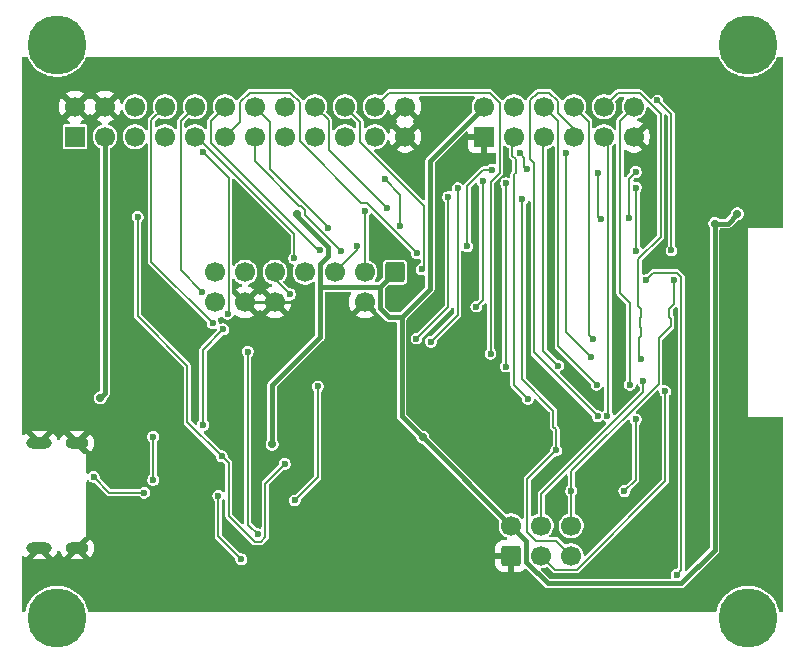
<source format=gbr>
%TF.GenerationSoftware,KiCad,Pcbnew,9.0.6*%
%TF.CreationDate,2026-01-12T13:11:15+01:00*%
%TF.ProjectId,IoT-Werkstatt_Band1,496f542d-5765-4726-9b73-746174745f42,rev?*%
%TF.SameCoordinates,Original*%
%TF.FileFunction,Copper,L2,Bot*%
%TF.FilePolarity,Positive*%
%FSLAX46Y46*%
G04 Gerber Fmt 4.6, Leading zero omitted, Abs format (unit mm)*
G04 Created by KiCad (PCBNEW 9.0.6) date 2026-01-12 13:11:15*
%MOMM*%
%LPD*%
G01*
G04 APERTURE LIST*
G04 Aperture macros list*
%AMRoundRect*
0 Rectangle with rounded corners*
0 $1 Rounding radius*
0 $2 $3 $4 $5 $6 $7 $8 $9 X,Y pos of 4 corners*
0 Add a 4 corners polygon primitive as box body*
4,1,4,$2,$3,$4,$5,$6,$7,$8,$9,$2,$3,0*
0 Add four circle primitives for the rounded corners*
1,1,$1+$1,$2,$3*
1,1,$1+$1,$4,$5*
1,1,$1+$1,$6,$7*
1,1,$1+$1,$8,$9*
0 Add four rect primitives between the rounded corners*
20,1,$1+$1,$2,$3,$4,$5,0*
20,1,$1+$1,$4,$5,$6,$7,0*
20,1,$1+$1,$6,$7,$8,$9,0*
20,1,$1+$1,$8,$9,$2,$3,0*%
G04 Aperture macros list end*
%TA.AperFunction,ComponentPad*%
%ADD10C,2.900000*%
%TD*%
%TA.AperFunction,ConnectorPad*%
%ADD11C,5.000000*%
%TD*%
%TA.AperFunction,HeatsinkPad*%
%ADD12O,1.950000X0.950000*%
%TD*%
%TA.AperFunction,HeatsinkPad*%
%ADD13O,2.150000X0.950000*%
%TD*%
%TA.AperFunction,ComponentPad*%
%ADD14RoundRect,0.250000X-0.600000X0.600000X-0.600000X-0.600000X0.600000X-0.600000X0.600000X0.600000X0*%
%TD*%
%TA.AperFunction,ComponentPad*%
%ADD15C,1.700000*%
%TD*%
%TA.AperFunction,ComponentPad*%
%ADD16RoundRect,0.250000X0.600000X-0.600000X0.600000X0.600000X-0.600000X0.600000X-0.600000X-0.600000X0*%
%TD*%
%TA.AperFunction,ComponentPad*%
%ADD17R,1.700000X1.700000*%
%TD*%
%TA.AperFunction,ViaPad*%
%ADD18C,0.600000*%
%TD*%
%TA.AperFunction,ViaPad*%
%ADD19C,0.700000*%
%TD*%
%TA.AperFunction,Conductor*%
%ADD20C,0.250000*%
%TD*%
%TA.AperFunction,Conductor*%
%ADD21C,0.200000*%
%TD*%
%TA.AperFunction,Conductor*%
%ADD22C,0.400000*%
%TD*%
G04 APERTURE END LIST*
D10*
%TO.P,REF\u002A\u002A,1*%
%TO.N,N/C*%
X134500000Y-110500000D03*
D11*
X134500000Y-110500000D03*
%TD*%
D10*
%TO.P,REF\u002A\u002A,1*%
%TO.N,N/C*%
X193000000Y-110500000D03*
D11*
X193000000Y-110500000D03*
%TD*%
D10*
%TO.P,REF\u002A\u002A,1*%
%TO.N,N/C*%
X193000000Y-62000000D03*
D11*
X193000000Y-62000000D03*
%TD*%
D10*
%TO.P,REF\u002A\u002A,1*%
%TO.N,N/C*%
X134500000Y-62000000D03*
D11*
X134500000Y-62000000D03*
%TD*%
D12*
%TO.P,J2,S1,SHIELD*%
%TO.N,GND_LOGIC*%
X136200000Y-95700000D03*
D13*
X133000000Y-95700000D03*
D12*
X136200000Y-104600000D03*
D13*
X133000000Y-104600000D03*
%TD*%
D14*
%TO.P,J_JTAG1,1,Pin_1*%
%TO.N,VLOGIC_3V3*%
X163120000Y-81247500D03*
D15*
%TO.P,J_JTAG1,2,Pin_2*%
%TO.N,GND_LOGIC*%
X163120000Y-83787500D03*
%TO.P,J_JTAG1,3,Pin_3*%
%TO.N,/02_MCU/JTAG_TMS*%
X160580000Y-81247500D03*
%TO.P,J_JTAG1,4,Pin_4*%
%TO.N,GND_LOGIC*%
X160580000Y-83787500D03*
%TO.P,J_JTAG1,5,Pin_5*%
%TO.N,/02_MCU/JTAG_TCK*%
X158040000Y-81247500D03*
%TO.P,J_JTAG1,6,Pin_6*%
%TO.N,GND_LOGIC*%
X158040000Y-83787500D03*
%TO.P,J_JTAG1,7,Pin_7*%
%TO.N,/02_MCU/JTAG_TDO*%
X155500000Y-81247500D03*
%TO.P,J_JTAG1,8,Pin_8*%
%TO.N,GND_LOGIC*%
X155500000Y-83787500D03*
%TO.P,J_JTAG1,9,Pin_9*%
%TO.N,/02_MCU/JTAG_TDI*%
X152960000Y-81247500D03*
%TO.P,J_JTAG1,10,Pin_10*%
%TO.N,GND_LOGIC*%
X152960000Y-83787500D03*
%TO.P,J_JTAG1,11,Pin_11*%
%TO.N,/02_MCU/nRESET*%
X150420000Y-81247500D03*
%TO.P,J_JTAG1,12,Pin_12*%
%TO.N,GND_LOGIC*%
X150420000Y-83787500D03*
%TO.P,J_JTAG1,13,Pin_13*%
%TO.N,unconnected-(J_JTAG1-Pin_13-Pad13)*%
X147880000Y-81247500D03*
%TO.P,J_JTAG1,14,Pin_14*%
%TO.N,GND_LOGIC*%
X147880000Y-83787500D03*
%TD*%
D16*
%TO.P,J_ProgUART0_1,1,Pin_1*%
%TO.N,GND_LOGIC*%
X172955000Y-105252500D03*
D15*
%TO.P,J_ProgUART0_1,2,Pin_2*%
%TO.N,VLOGIC_3V3*%
X172955000Y-102712500D03*
%TO.P,J_ProgUART0_1,3,Pin_3*%
%TO.N,/02_MCU/UART0_TX*%
X175495000Y-105252500D03*
%TO.P,J_ProgUART0_1,4,Pin_4*%
%TO.N,/02_MCU/UART0_RX*%
X175495000Y-102712500D03*
%TO.P,J_ProgUART0_1,5,Pin_5*%
%TO.N,/02_MCU/nRESET*%
X178035000Y-105252500D03*
%TO.P,J_ProgUART0_1,6,Pin_6*%
%TO.N,/02_MCU/BOOT*%
X178035000Y-102712500D03*
%TD*%
D17*
%TO.P,J4,1,Pin_1*%
%TO.N,GND_LOGIC*%
X170650000Y-69775000D03*
D15*
%TO.P,J4,2,Pin_2*%
%TO.N,VLOGIC_3V3*%
X170650000Y-67235000D03*
%TO.P,J4,3,Pin_3*%
%TO.N,/02_MCU/IRQ_IN*%
X173190000Y-69775000D03*
%TO.P,J4,4,Pin_4*%
%TO.N,/02_MCU/GPIO26*%
X173190000Y-67235000D03*
%TO.P,J4,5,Pin_5*%
%TO.N,/02_MCU/GPIO33*%
X175730000Y-69775000D03*
%TO.P,J4,6,Pin_6*%
%TO.N,/02_MCU/GPIO35*%
X175730000Y-67235000D03*
%TO.P,J4,7,Pin_7*%
%TO.N,/02_MCU/GPIO36*%
X178270000Y-69775000D03*
%TO.P,J4,8,Pin_8*%
%TO.N,/02_MCU/GPIO37*%
X178270000Y-67235000D03*
%TO.P,J4,9,Pin_9*%
%TO.N,/02_MCU/GPIO38*%
X180810000Y-69775000D03*
%TO.P,J4,10,Pin_10*%
%TO.N,/02_MCU/GPIO40_IN*%
X180810000Y-67235000D03*
%TO.P,J4,11,Pin_11*%
%TO.N,GND_LOGIC*%
X183350000Y-69775000D03*
%TO.P,J4,12,Pin_12*%
%TO.N,/02_MCU/GPIO41_IN*%
X183350000Y-67235000D03*
%TD*%
D17*
%TO.P,J3,1,Pin_1*%
%TO.N,VLOGIC_3V3*%
X136030000Y-69775000D03*
D15*
%TO.P,J3,2,Pin_2*%
%TO.N,GND_LOGIC*%
X136030000Y-67235000D03*
%TO.P,J3,3,Pin_3*%
%TO.N,VBUS_5V*%
X138570000Y-69775000D03*
%TO.P,J3,4,Pin_4*%
%TO.N,GND_LOGIC*%
X138570000Y-67235000D03*
%TO.P,J3,5,Pin_5*%
%TO.N,/02_MCU/I2C_SDA*%
X141110000Y-69775000D03*
%TO.P,J3,6,Pin_6*%
%TO.N,/02_MCU/I2C_SCL*%
X141110000Y-67235000D03*
%TO.P,J3,7,Pin_7*%
%TO.N,/02_MCU/UART1_TX*%
X143650000Y-69775000D03*
%TO.P,J3,8,Pin_8*%
%TO.N,/02_MCU/UART1_RX*%
X143650000Y-67235000D03*
%TO.P,J3,9,Pin_9*%
%TO.N,/02_MCU/UART_RTS*%
X146190000Y-69775000D03*
%TO.P,J3,10,Pin_10*%
%TO.N,/02_MCU/UART_CTS*%
X146190000Y-67235000D03*
%TO.P,J3,11,Pin_11*%
%TO.N,/02_MCU/SPI_SCK*%
X148730000Y-69775000D03*
%TO.P,J3,12,Pin_12*%
%TO.N,/02_MCU/SPI_MOSI*%
X148730000Y-67235000D03*
%TO.P,J3,13,Pin_13*%
%TO.N,/02_MCU/SPI_MISO*%
X151270000Y-69775000D03*
%TO.P,J3,14,Pin_14*%
%TO.N,/02_MCU/SPI_CS0*%
X151270000Y-67235000D03*
%TO.P,J3,15,Pin_15*%
%TO.N,/02_MCU/SPI_CS1*%
X153810000Y-69775000D03*
%TO.P,J3,16,Pin_16*%
%TO.N,GND_LOGIC*%
X153810000Y-67235000D03*
%TO.P,J3,17,Pin_17*%
%TO.N,/02_MCU/ADC_A0*%
X156350000Y-69775000D03*
%TO.P,J3,18,Pin_18*%
%TO.N,/02_MCU/ADC_A1*%
X156350000Y-67235000D03*
%TO.P,J3,19,Pin_19*%
%TO.N,/02_MCU/ADC_A2*%
X158890000Y-69775000D03*
%TO.P,J3,20,Pin_20*%
%TO.N,/02_MCU/ADC_A3*%
X158890000Y-67235000D03*
%TO.P,J3,21,Pin_21*%
%TO.N,/02_MCU/AOUT1_PWM*%
X161430000Y-69775000D03*
%TO.P,J3,22,Pin_22*%
%TO.N,/02_MCU/AOUT2_PWM*%
X161430000Y-67235000D03*
%TO.P,J3,23,Pin_23*%
%TO.N,GND_LOGIC*%
X163970000Y-69775000D03*
%TO.P,J3,24,Pin_24*%
X163970000Y-67235000D03*
%TD*%
D18*
%TO.N,GND_LOGIC*%
X178000000Y-94110200D03*
X144000000Y-84500000D03*
X184500000Y-73500000D03*
X187500000Y-70500000D03*
X171913100Y-79002791D03*
%TO.N,GPIO42_SYS_EN*%
X182541300Y-99775000D03*
X183508000Y-93712100D03*
%TO.N,Net-(U5-THERM)*%
X148161000Y-100171600D03*
X150104500Y-105551300D03*
%TO.N,Net-(U5-PROG1)*%
X156591500Y-90925000D03*
X154626600Y-100578200D03*
%TO.N,Net-(D2-K)*%
X150664100Y-87975000D03*
X151489800Y-103438400D03*
%TO.N,/02_MCU/GPIO26*%
X177601400Y-71187500D03*
X179736500Y-88414200D03*
%TO.N,/02_MCU/GPIO35*%
X180184600Y-90775000D03*
%TO.N,/02_MCU/GPIO33*%
X176927700Y-89168700D03*
%TO.N,/02_MCU/GPIO36*%
X180286900Y-93435500D03*
%TO.N,/02_MCU/GPIO37*%
X179874500Y-86932100D03*
%TO.N,/02_MCU/GPIO38*%
X181092600Y-93413500D03*
%TO.N,/02_MCU/IRQ_IN*%
X174373700Y-91975000D03*
%TO.N,/02_MCU/GPIO41_IN*%
X183010500Y-90779200D03*
%TO.N,/02_MCU/GPIO40_IN*%
X183928600Y-88600000D03*
%TO.N,/02_MCU/BOOT*%
X178035000Y-99776600D03*
X186730200Y-81922500D03*
%TO.N,/02_MCU/UART0_RX*%
X184123600Y-90479100D03*
%TO.N,/02_MCU/UART0_TX*%
X185997500Y-91331600D03*
%TO.N,/02_MCU/I2C_SDA*%
X183522500Y-79424800D03*
X183524100Y-74085000D03*
%TO.N,/02_MCU/ADC_A1*%
X162468200Y-75838500D03*
%TO.N,/02_MCU/AOUT1_PWM*%
X168424700Y-74150000D03*
X166167200Y-87142800D03*
%TO.N,/02_MCU/ADC_A0*%
X186530200Y-79407300D03*
X185344000Y-66709600D03*
%TO.N,/02_MCU/SPI_CS0*%
X157480800Y-77496800D03*
%TO.N,/02_MCU/UART_CTS*%
X146811000Y-82911400D03*
%TO.N,/02_MCU/AOUT2_PWM*%
X171212600Y-88158700D03*
%TO.N,/02_MCU/ADC_A2*%
X172520300Y-73722400D03*
X172513100Y-89235200D03*
%TO.N,/02_MCU/UART1_TX*%
X146845400Y-71103000D03*
X148948900Y-84768300D03*
%TO.N,/02_MCU/ADC_A3*%
X165383100Y-81017600D03*
%TO.N,/02_MCU/UART_RTS*%
X154579000Y-80067600D03*
%TO.N,/02_MCU/SPI_SCK*%
X164982700Y-79642600D03*
%TO.N,/02_MCU/SPI_MOSI*%
X156738200Y-79394100D03*
%TO.N,/02_MCU/UART1_RX*%
X147700400Y-85568700D03*
%TO.N,/02_MCU/SPI_CS1*%
X164934000Y-86870600D03*
X167617600Y-74886400D03*
%TO.N,/02_MCU/SPI_MISO*%
X158545600Y-79447100D03*
%TO.N,/02_MCU/I2C_SCL*%
X163575500Y-77313700D03*
X162246600Y-73347700D03*
%TO.N,/01_Power/SYS*%
X141338600Y-76575000D03*
X148454100Y-96825000D03*
X153790700Y-97483900D03*
%TO.N,/02_MCU/JTAG_TCK*%
X159940500Y-79050400D03*
X169237200Y-79045100D03*
X182931300Y-76675500D03*
X183509600Y-72766700D03*
X174296500Y-72516400D03*
X173662500Y-71188200D03*
X171342900Y-72583500D03*
%TO.N,/02_MCU/JTAG_TDI*%
X180554400Y-76779500D03*
X180316300Y-72868400D03*
X170536600Y-73564500D03*
X170004300Y-84158400D03*
X154230000Y-83114900D03*
%TO.N,/02_MCU/JTAG_TMS*%
X160580000Y-76072000D03*
%TO.N,/02_MCU/nRESET*%
X176762100Y-96325000D03*
X173883000Y-75086900D03*
%TO.N,Net-(U2-IO19)*%
X186968200Y-106887000D03*
X184336700Y-81925000D03*
%TO.N,Net-(U2-IO20)*%
X148591300Y-86084300D03*
X146864700Y-94197600D03*
%TO.N,Net-(J2-CC1)*%
X141883600Y-99912300D03*
X137614000Y-98586600D03*
D19*
%TO.N,VLOGIC_3V3*%
X165482600Y-95240100D03*
X190189900Y-77132800D03*
X192112600Y-76302000D03*
X154860700Y-76285300D03*
X152723200Y-95825200D03*
D18*
%TO.N,Net-(J2-D+-PadA6)*%
X142646000Y-98833200D03*
X142646000Y-95178700D03*
D19*
%TO.N,VBUS_5V*%
X138180600Y-91898400D03*
D18*
%TO.N,GND_LOGIC*%
X186730200Y-88600000D03*
X191212000Y-83775000D03*
X160688000Y-96825000D03*
X191212000Y-82887500D03*
X139865900Y-93430100D03*
X191223300Y-86975000D03*
X140243300Y-96918200D03*
X192418900Y-94425000D03*
X142563900Y-90925000D03*
X142615300Y-106845900D03*
X182369800Y-85142800D03*
X157524700Y-99101900D03*
X160995100Y-90925000D03*
X142329800Y-91746600D03*
X175927800Y-94725000D03*
X182396200Y-87112000D03*
X180997800Y-96035900D03*
X176327300Y-78448000D03*
X184994400Y-77013400D03*
X144784500Y-103212700D03*
X177172200Y-92763100D03*
X150427000Y-75017000D03*
X158022100Y-100325900D03*
X145472200Y-105224600D03*
X148260300Y-98801900D03*
X162518900Y-64430000D03*
X183599700Y-99775000D03*
X184615900Y-94703100D03*
X153804900Y-102787500D03*
X191005200Y-81593700D03*
X191212000Y-79750000D03*
X191212000Y-85675000D03*
X189887000Y-74100000D03*
X191010800Y-88362500D03*
X172723200Y-72589900D03*
X191212000Y-91450000D03*
%TD*%
D20*
%TO.N,GND_LOGIC*%
X152960000Y-83787500D02*
X150420000Y-83787500D01*
X155500000Y-83787500D02*
X152960000Y-83787500D01*
D21*
X187500000Y-71713000D02*
X187500000Y-70500000D01*
X189887000Y-74100000D02*
X187500000Y-71713000D01*
X172723200Y-72669557D02*
X171913100Y-73479657D01*
X171913100Y-73479657D02*
X171913100Y-79002791D01*
X172723200Y-72589900D02*
X172723200Y-72669557D01*
%TO.N,GPIO42_SYS_EN*%
X183508000Y-98808300D02*
X183508000Y-93712100D01*
X182541300Y-99775000D02*
X183508000Y-98808300D01*
%TO.N,Net-(U5-THERM)*%
X148161000Y-103607800D02*
X150104500Y-105551300D01*
X148161000Y-100171600D02*
X148161000Y-103607800D01*
%TO.N,Net-(U5-PROG1)*%
X156591500Y-98613300D02*
X154626600Y-100578200D01*
X156591500Y-90925000D02*
X156591500Y-98613300D01*
%TO.N,Net-(D2-K)*%
X150664100Y-102612700D02*
X150664100Y-87975000D01*
X151489800Y-103438400D02*
X150664100Y-102612700D01*
%TO.N,/02_MCU/GPIO26*%
X177601400Y-86279100D02*
X179736500Y-88414200D01*
X177601400Y-71187500D02*
X177601400Y-86279100D01*
%TO.N,/02_MCU/GPIO35*%
X176932700Y-68437700D02*
X175730000Y-67235000D01*
X176932700Y-87523100D02*
X176932700Y-68437700D01*
X180184600Y-90775000D02*
X176932700Y-87523100D01*
%TO.N,/02_MCU/GPIO33*%
X175665000Y-69840000D02*
X175730000Y-69775000D01*
X175665000Y-87906000D02*
X175665000Y-69840000D01*
X176927700Y-89168700D02*
X175665000Y-87906000D01*
%TO.N,/02_MCU/GPIO36*%
X178270000Y-69122200D02*
X178270000Y-69775000D01*
X176906400Y-67758600D02*
X178270000Y-69122200D01*
X176906400Y-66748800D02*
X176906400Y-67758600D01*
X176196400Y-66038800D02*
X176906400Y-66748800D01*
X175223700Y-66038800D02*
X176196400Y-66038800D01*
X174575900Y-66686600D02*
X175223700Y-66038800D01*
X174575900Y-71688500D02*
X174575900Y-66686600D01*
X174898200Y-72010800D02*
X174575900Y-71688500D01*
X174898200Y-88046800D02*
X174898200Y-72010800D01*
X180286900Y-93435500D02*
X174898200Y-88046800D01*
%TO.N,/02_MCU/GPIO37*%
X179540000Y-68505000D02*
X178270000Y-67235000D01*
X179540000Y-86597600D02*
X179540000Y-68505000D01*
X179874500Y-86932100D02*
X179540000Y-86597600D01*
%TO.N,/02_MCU/GPIO38*%
X181156100Y-70121100D02*
X180810000Y-69775000D01*
X181156100Y-93350000D02*
X181156100Y-70121100D01*
X181092600Y-93413500D02*
X181156100Y-93350000D01*
%TO.N,/02_MCU/IRQ_IN*%
X173190000Y-90791300D02*
X174373700Y-91975000D01*
X173190000Y-72974000D02*
X173190000Y-90791300D01*
X173324900Y-72839100D02*
X173190000Y-72974000D01*
X173324900Y-71701400D02*
X173324900Y-72839100D01*
X173060800Y-71437300D02*
X173324900Y-71701400D01*
X173060800Y-69904200D02*
X173060800Y-71437300D01*
X173190000Y-69775000D02*
X173060800Y-69904200D01*
%TO.N,/02_MCU/GPIO41_IN*%
X183010500Y-83831900D02*
X183010500Y-90779200D01*
X182172600Y-82994000D02*
X183010500Y-83831900D01*
X182172600Y-68412400D02*
X182172600Y-82994000D01*
X183350000Y-67235000D02*
X182172600Y-68412400D01*
%TO.N,/02_MCU/GPIO40_IN*%
X183820400Y-88491800D02*
X183928600Y-88600000D01*
X183820400Y-86829600D02*
X183820400Y-88491800D01*
X183977000Y-86673000D02*
X183820400Y-86829600D01*
X183977000Y-85976900D02*
X183977000Y-86673000D01*
X183848000Y-85847900D02*
X183977000Y-85976900D01*
X183848000Y-85152000D02*
X183848000Y-85847900D01*
X183977000Y-85023000D02*
X183848000Y-85152000D01*
X183977000Y-84326900D02*
X183977000Y-85023000D01*
X183735000Y-84084900D02*
X183977000Y-84326900D01*
X183735000Y-80106900D02*
X183735000Y-84084900D01*
X185602400Y-78239500D02*
X183735000Y-80106900D01*
X185602400Y-67849500D02*
X185602400Y-78239500D01*
X183830300Y-66077400D02*
X185602400Y-67849500D01*
X181967600Y-66077400D02*
X183830300Y-66077400D01*
X180810000Y-67235000D02*
X181967600Y-66077400D01*
%TO.N,/02_MCU/BOOT*%
X178035000Y-98108900D02*
X178035000Y-99776600D01*
X185455300Y-90688600D02*
X178035000Y-98108900D01*
X185455300Y-86844700D02*
X185455300Y-90688600D01*
X186473200Y-85826800D02*
X185455300Y-86844700D01*
X186473200Y-85173200D02*
X186473200Y-85826800D01*
X186323000Y-85023000D02*
X186473200Y-85173200D01*
X186323000Y-84327000D02*
X186323000Y-85023000D01*
X186730200Y-83919800D02*
X186323000Y-84327000D01*
X186730200Y-81922500D02*
X186730200Y-83919800D01*
X178035000Y-99776600D02*
X178035000Y-102712500D01*
%TO.N,/02_MCU/UART0_RX*%
X184123600Y-91376600D02*
X184123600Y-90479100D01*
X175495000Y-100005200D02*
X184123600Y-91376600D01*
X175495000Y-102712500D02*
X175495000Y-100005200D01*
%TO.N,/02_MCU/UART0_TX*%
X176666800Y-106424300D02*
X175495000Y-105252500D01*
X178501400Y-106424300D02*
X176666800Y-106424300D01*
X185997500Y-98928200D02*
X178501400Y-106424300D01*
X185997500Y-91331600D02*
X185997500Y-98928200D01*
%TO.N,/02_MCU/I2C_SDA*%
X183533000Y-74093900D02*
X183524100Y-74085000D01*
X183533000Y-79414300D02*
X183533000Y-74093900D01*
X183522500Y-79424800D02*
X183533000Y-79414300D01*
%TO.N,/02_MCU/ADC_A1*%
X157501700Y-70872000D02*
X162468200Y-75838500D01*
X157501700Y-68386700D02*
X157501700Y-70872000D01*
X156350000Y-67235000D02*
X157501700Y-68386700D01*
%TO.N,/02_MCU/AOUT1_PWM*%
X168424700Y-84885300D02*
X166167200Y-87142800D01*
X168424700Y-74150000D02*
X168424700Y-84885300D01*
%TO.N,/02_MCU/ADC_A0*%
X186530200Y-67895800D02*
X185344000Y-66709600D01*
X186530200Y-79407300D02*
X186530200Y-67895800D01*
%TO.N,/02_MCU/SPI_CS0*%
X152540000Y-68505000D02*
X151270000Y-67235000D01*
X152540000Y-72475000D02*
X152540000Y-68505000D01*
X157480800Y-77415800D02*
X152540000Y-72475000D01*
X157480800Y-77496800D02*
X157480800Y-77415800D01*
%TO.N,/02_MCU/UART_CTS*%
X144984200Y-68440800D02*
X146190000Y-67235000D01*
X144984200Y-81084600D02*
X144984200Y-68440800D01*
X146811000Y-82911400D02*
X144984200Y-81084600D01*
%TO.N,/02_MCU/AOUT2_PWM*%
X162617500Y-66047500D02*
X161430000Y-67235000D01*
X171133900Y-66047500D02*
X162617500Y-66047500D01*
X171984700Y-66898300D02*
X171133900Y-66047500D01*
X171984700Y-72832700D02*
X171984700Y-66898300D01*
X171212600Y-73604800D02*
X171984700Y-72832700D01*
X171212600Y-88158700D02*
X171212600Y-73604800D01*
%TO.N,/02_MCU/ADC_A2*%
X172513100Y-73729600D02*
X172520300Y-73722400D01*
X172513100Y-89235200D02*
X172513100Y-73729600D01*
%TO.N,/02_MCU/UART1_TX*%
X149031700Y-84685500D02*
X148948900Y-84768300D01*
X149031700Y-73289300D02*
X149031700Y-84685500D01*
X146845400Y-71103000D02*
X149031700Y-73289300D01*
%TO.N,/02_MCU/ADC_A3*%
X160160000Y-68505000D02*
X158890000Y-67235000D01*
X160160000Y-70215700D02*
X160160000Y-68505000D01*
X165584400Y-75640100D02*
X160160000Y-70215700D01*
X165584400Y-80816300D02*
X165584400Y-75640100D01*
X165383100Y-81017600D02*
X165584400Y-80816300D01*
%TO.N,/02_MCU/UART_RTS*%
X154579000Y-77985700D02*
X154579000Y-80067600D01*
X146368300Y-69775000D02*
X154579000Y-77985700D01*
X146190000Y-69775000D02*
X146368300Y-69775000D01*
%TO.N,/02_MCU/SPI_SCK*%
X150000000Y-68505000D02*
X148730000Y-69775000D01*
X150000000Y-66842400D02*
X150000000Y-68505000D01*
X150805600Y-66036800D02*
X150000000Y-66842400D01*
X154260200Y-66036800D02*
X150805600Y-66036800D01*
X155080000Y-66856600D02*
X154260200Y-66036800D01*
X155080000Y-70159100D02*
X155080000Y-66856600D01*
X160272800Y-75351900D02*
X155080000Y-70159100D01*
X160710800Y-75351900D02*
X160272800Y-75351900D01*
X164982700Y-79623800D02*
X160710800Y-75351900D01*
X164982700Y-79642600D02*
X164982700Y-79623800D01*
%TO.N,/02_MCU/SPI_MOSI*%
X156639100Y-79394100D02*
X156738200Y-79394100D01*
X147539400Y-70294400D02*
X156639100Y-79394100D01*
X147539400Y-68425600D02*
X147539400Y-70294400D01*
X148730000Y-67235000D02*
X147539400Y-68425600D01*
%TO.N,/02_MCU/UART1_RX*%
X142486000Y-68399000D02*
X143650000Y-67235000D01*
X142486000Y-80354300D02*
X142486000Y-68399000D01*
X147700400Y-85568700D02*
X142486000Y-80354300D01*
%TO.N,/02_MCU/SPI_CS1*%
X167617600Y-84187000D02*
X167617600Y-74886400D01*
X164934000Y-86870600D02*
X167617600Y-84187000D01*
%TO.N,/02_MCU/SPI_MISO*%
X151270000Y-71873000D02*
X151270000Y-69775000D01*
X155030600Y-75633600D02*
X151270000Y-71873000D01*
X155130600Y-75633600D02*
X155030600Y-75633600D01*
X155512400Y-76015400D02*
X155130600Y-75633600D01*
X155512400Y-76413900D02*
X155512400Y-76015400D01*
X158545600Y-79447100D02*
X155512400Y-76413900D01*
%TO.N,/02_MCU/I2C_SCL*%
X163575500Y-74676600D02*
X162246600Y-73347700D01*
X163575500Y-77313700D02*
X163575500Y-74676600D01*
%TO.N,/01_Power/SYS*%
X145525500Y-93896400D02*
X148454100Y-96825000D01*
X145525500Y-89150400D02*
X145525500Y-93896400D01*
X141338600Y-84963500D02*
X145525500Y-89150400D01*
X141338600Y-76575000D02*
X141338600Y-84963500D01*
X149058300Y-97429200D02*
X148454100Y-96825000D01*
X149058300Y-101899500D02*
X149058300Y-97429200D01*
X151231000Y-104072200D02*
X149058300Y-101899500D01*
X151736600Y-104072200D02*
X151231000Y-104072200D01*
X152122000Y-103686800D02*
X151736600Y-104072200D01*
X152122000Y-99152600D02*
X152122000Y-103686800D01*
X153790700Y-97483900D02*
X152122000Y-99152600D01*
%TO.N,/02_MCU/JTAG_TCK*%
X159940500Y-79347000D02*
X159940500Y-79050400D01*
X158040000Y-81247500D02*
X159940500Y-79347000D01*
X182922300Y-73354000D02*
X183509600Y-72766700D01*
X182922300Y-76666500D02*
X182922300Y-73354000D01*
X182931300Y-76675500D02*
X182922300Y-76666500D01*
X174082800Y-71608500D02*
X173662500Y-71188200D01*
X174082800Y-72302700D02*
X174082800Y-71608500D01*
X174296500Y-72516400D02*
X174082800Y-72302700D01*
X170603700Y-72583500D02*
X171342900Y-72583500D01*
X169237200Y-73950000D02*
X170603700Y-72583500D01*
X169237200Y-79045100D02*
X169237200Y-73950000D01*
%TO.N,/02_MCU/JTAG_TDI*%
X152960000Y-81844900D02*
X152960000Y-81247500D01*
X154230000Y-83114900D02*
X152960000Y-81844900D01*
X170536600Y-83626100D02*
X170004300Y-84158400D01*
X170536600Y-73564500D02*
X170536600Y-83626100D01*
X180316300Y-76541400D02*
X180316300Y-72868400D01*
X180554400Y-76779500D02*
X180316300Y-76541400D01*
%TO.N,/02_MCU/JTAG_TMS*%
X160580000Y-81247500D02*
X160580000Y-76072000D01*
%TO.N,/02_MCU/nRESET*%
X176762100Y-94553900D02*
X176762100Y-96325000D01*
X176528000Y-94319800D02*
X176762100Y-94553900D01*
X176528000Y-92967600D02*
X176528000Y-94319800D01*
X173883000Y-90322600D02*
X176528000Y-92967600D01*
X173883000Y-75086900D02*
X173883000Y-90322600D01*
X174315500Y-98771600D02*
X176762100Y-96325000D01*
X174315500Y-103221400D02*
X174315500Y-98771600D01*
X175076600Y-103982500D02*
X174315500Y-103221400D01*
X176765000Y-103982500D02*
X175076600Y-103982500D01*
X178035000Y-105252500D02*
X176765000Y-103982500D01*
%TO.N,Net-(U2-IO19)*%
X184981000Y-81280700D02*
X184336700Y-81925000D01*
X186979600Y-81280700D02*
X184981000Y-81280700D01*
X187353300Y-81654400D02*
X186979600Y-81280700D01*
X187353300Y-106501900D02*
X187353300Y-81654400D01*
X186968200Y-106887000D02*
X187353300Y-106501900D01*
%TO.N,Net-(U2-IO20)*%
X146864700Y-87810900D02*
X146864700Y-94197600D01*
X148591300Y-86084300D02*
X146864700Y-87810900D01*
%TO.N,Net-(J2-CC1)*%
X138939700Y-99912300D02*
X137614000Y-98586600D01*
X141883600Y-99912300D02*
X138939700Y-99912300D01*
D22*
%TO.N,VLOGIC_3V3*%
X166086100Y-71798900D02*
X170650000Y-67235000D01*
X166086100Y-82644900D02*
X166086100Y-71798900D01*
X163685400Y-85045600D02*
X166086100Y-82644900D01*
X163685400Y-93442900D02*
X165482600Y-95240100D01*
X163685400Y-85045600D02*
X163685400Y-93442900D01*
X191281800Y-77132800D02*
X192112600Y-76302000D01*
X190189900Y-77132800D02*
X191281800Y-77132800D01*
X161868300Y-84306400D02*
X161868300Y-82499200D01*
X162607500Y-85045600D02*
X161868300Y-84306400D01*
X163685400Y-85045600D02*
X162607500Y-85045600D01*
X161868300Y-82499200D02*
X163120000Y-81247500D01*
X165482600Y-95240100D02*
X172955000Y-102712500D01*
X190189900Y-104743800D02*
X190189900Y-77132800D01*
X187327600Y-107606100D02*
X190189900Y-104743800D01*
X176033700Y-107606100D02*
X187327600Y-107606100D01*
X174225500Y-105797900D02*
X176033700Y-107606100D01*
X174225500Y-103983000D02*
X174225500Y-105797900D01*
X172955000Y-102712500D02*
X174225500Y-103983000D01*
X156770500Y-80580400D02*
X156770500Y-82499200D01*
X157479000Y-79871900D02*
X156770500Y-80580400D01*
X157479000Y-79115800D02*
X157479000Y-79871900D01*
X154860700Y-76497500D02*
X157479000Y-79115800D01*
X154860700Y-76285300D02*
X154860700Y-76497500D01*
X161868300Y-82499200D02*
X156770500Y-82499200D01*
X152723200Y-90783700D02*
X152723200Y-95825200D01*
X156770500Y-86736400D02*
X152723200Y-90783700D01*
X156770500Y-82499200D02*
X156770500Y-86736400D01*
D21*
%TO.N,Net-(J2-D+-PadA6)*%
X142646000Y-98833200D02*
X142646000Y-95178700D01*
D22*
%TO.N,VBUS_5V*%
X138570000Y-91509000D02*
X138180600Y-91898400D01*
X138570000Y-69775000D02*
X138570000Y-91509000D01*
%TD*%
%TA.AperFunction,Conductor*%
%TO.N,GND_LOGIC*%
G36*
X186972134Y-84205351D02*
G01*
X187028067Y-84247223D01*
X187052484Y-84312687D01*
X187052800Y-84321533D01*
X187052800Y-106262500D01*
X187033115Y-106329539D01*
X186980311Y-106375294D01*
X186928800Y-106386500D01*
X186902308Y-106386500D01*
X186775012Y-106420608D01*
X186660886Y-106486500D01*
X186660883Y-106486502D01*
X186567702Y-106579683D01*
X186567700Y-106579686D01*
X186501808Y-106693812D01*
X186467700Y-106821108D01*
X186467700Y-106952891D01*
X186493588Y-107049507D01*
X186491925Y-107119357D01*
X186452762Y-107177219D01*
X186388534Y-107204723D01*
X186373813Y-107205600D01*
X176250955Y-107205600D01*
X176183916Y-107185915D01*
X176163274Y-107169281D01*
X175508674Y-106514681D01*
X175475189Y-106453358D01*
X175480173Y-106383666D01*
X175522045Y-106327733D01*
X175587509Y-106303316D01*
X175596355Y-106303000D01*
X175598466Y-106303000D01*
X175598467Y-106302999D01*
X175801420Y-106262630D01*
X175921974Y-106212694D01*
X175991438Y-106205226D01*
X176053918Y-106236500D01*
X176057104Y-106239575D01*
X176426340Y-106608811D01*
X176482289Y-106664760D01*
X176482291Y-106664761D01*
X176482295Y-106664764D01*
X176532612Y-106693814D01*
X176550811Y-106704321D01*
X176627238Y-106724800D01*
X176627240Y-106724800D01*
X178540960Y-106724800D01*
X178540962Y-106724800D01*
X178617389Y-106704321D01*
X178685911Y-106664760D01*
X178741860Y-106608811D01*
X186237960Y-99112711D01*
X186240218Y-99108800D01*
X186277521Y-99044189D01*
X186298000Y-98967762D01*
X186298000Y-91790276D01*
X186317685Y-91723237D01*
X186334319Y-91702595D01*
X186351003Y-91685911D01*
X186398000Y-91638914D01*
X186463892Y-91524786D01*
X186498000Y-91397492D01*
X186498000Y-91265708D01*
X186463892Y-91138414D01*
X186398000Y-91024286D01*
X186304814Y-90931100D01*
X186247750Y-90898154D01*
X186190687Y-90865208D01*
X186115611Y-90845092D01*
X186063392Y-90831100D01*
X185931608Y-90831100D01*
X185931606Y-90831100D01*
X185911889Y-90836383D01*
X185842040Y-90834718D01*
X185784178Y-90795553D01*
X185756676Y-90731324D01*
X185755800Y-90716607D01*
X185755800Y-87020533D01*
X185775485Y-86953494D01*
X185792119Y-86932852D01*
X186240174Y-86484797D01*
X186713660Y-86011311D01*
X186720722Y-85999079D01*
X186753221Y-85942789D01*
X186773700Y-85866362D01*
X186773700Y-85133638D01*
X186753221Y-85057211D01*
X186739473Y-85033398D01*
X186713664Y-84988695D01*
X186713658Y-84988687D01*
X186659819Y-84934848D01*
X186626334Y-84873525D01*
X186623500Y-84847167D01*
X186623500Y-84502833D01*
X186643185Y-84435794D01*
X186659819Y-84415152D01*
X186841119Y-84233852D01*
X186902442Y-84200367D01*
X186972134Y-84205351D01*
G37*
%TD.AperFunction*%
%TA.AperFunction,Conductor*%
G36*
X185402898Y-91254090D02*
G01*
X185416334Y-91255051D01*
X185434060Y-91268321D01*
X185454203Y-91277520D01*
X185461485Y-91288851D01*
X185472267Y-91296923D01*
X185480004Y-91317668D01*
X185491977Y-91336298D01*
X185495128Y-91358216D01*
X185496684Y-91362387D01*
X185497000Y-91371233D01*
X185497000Y-91397491D01*
X185531108Y-91524787D01*
X185551659Y-91560382D01*
X185597000Y-91638914D01*
X185597002Y-91638916D01*
X185660681Y-91702595D01*
X185694166Y-91763918D01*
X185697000Y-91790276D01*
X185697000Y-98752366D01*
X185677315Y-98819405D01*
X185660681Y-98840047D01*
X179293704Y-105207023D01*
X179232381Y-105240508D01*
X179162689Y-105235524D01*
X179106756Y-105193652D01*
X179084406Y-105143533D01*
X179058736Y-105014481D01*
X179045130Y-104946080D01*
X178965941Y-104754902D01*
X178850977Y-104582845D01*
X178850975Y-104582842D01*
X178704657Y-104436524D01*
X178578481Y-104352217D01*
X178532598Y-104321559D01*
X178527190Y-104319319D01*
X178341420Y-104242370D01*
X178341412Y-104242368D01*
X178138469Y-104202000D01*
X178138465Y-104202000D01*
X177931535Y-104202000D01*
X177931530Y-104202000D01*
X177728587Y-104242368D01*
X177728579Y-104242370D01*
X177608029Y-104292304D01*
X177538559Y-104299773D01*
X177476080Y-104268498D01*
X177472895Y-104265424D01*
X176949512Y-103742041D01*
X176949507Y-103742037D01*
X176940932Y-103737086D01*
X176940930Y-103737086D01*
X176907418Y-103717738D01*
X176880990Y-103702479D01*
X176855513Y-103695652D01*
X176804562Y-103682000D01*
X176804560Y-103682000D01*
X176310495Y-103682000D01*
X176243456Y-103662315D01*
X176197701Y-103609511D01*
X176187757Y-103540353D01*
X176216782Y-103476797D01*
X176222814Y-103470319D01*
X176310974Y-103382158D01*
X176310975Y-103382157D01*
X176310977Y-103382155D01*
X176425941Y-103210098D01*
X176505130Y-103018920D01*
X176545500Y-102815965D01*
X176545500Y-102609035D01*
X176505130Y-102406080D01*
X176425941Y-102214902D01*
X176310977Y-102042845D01*
X176310976Y-102042844D01*
X176310975Y-102042842D01*
X176164657Y-101896524D01*
X175992595Y-101781557D01*
X175872047Y-101731624D01*
X175817643Y-101687782D01*
X175795579Y-101621488D01*
X175795500Y-101617063D01*
X175795500Y-100181033D01*
X175815185Y-100113994D01*
X175831819Y-100093352D01*
X177522819Y-98402352D01*
X177584142Y-98368867D01*
X177653834Y-98373851D01*
X177709767Y-98415723D01*
X177734184Y-98481187D01*
X177734500Y-98490033D01*
X177734500Y-99317923D01*
X177714815Y-99384962D01*
X177698182Y-99405604D01*
X177634500Y-99469286D01*
X177568608Y-99583412D01*
X177561761Y-99608966D01*
X177534500Y-99710708D01*
X177534500Y-99842492D01*
X177537835Y-99854937D01*
X177568608Y-99969787D01*
X177573461Y-99978192D01*
X177634500Y-100083914D01*
X177634502Y-100083916D01*
X177698181Y-100147595D01*
X177731666Y-100208918D01*
X177734500Y-100235276D01*
X177734500Y-101617063D01*
X177714815Y-101684102D01*
X177662011Y-101729857D01*
X177657953Y-101731624D01*
X177537404Y-101781557D01*
X177365342Y-101896524D01*
X177219024Y-102042842D01*
X177104058Y-102214903D01*
X177024870Y-102406079D01*
X177024868Y-102406087D01*
X176984500Y-102609030D01*
X176984500Y-102815969D01*
X177024868Y-103018912D01*
X177024870Y-103018920D01*
X177104058Y-103210096D01*
X177219024Y-103382157D01*
X177365342Y-103528475D01*
X177365345Y-103528477D01*
X177537402Y-103643441D01*
X177728580Y-103722630D01*
X177931530Y-103762999D01*
X177931534Y-103763000D01*
X177931535Y-103763000D01*
X178138466Y-103763000D01*
X178138467Y-103762999D01*
X178341420Y-103722630D01*
X178532598Y-103643441D01*
X178704655Y-103528477D01*
X178850977Y-103382155D01*
X178965941Y-103210098D01*
X179045130Y-103018920D01*
X179085500Y-102815965D01*
X179085500Y-102609035D01*
X179045130Y-102406080D01*
X178965941Y-102214902D01*
X178850977Y-102042845D01*
X178850976Y-102042844D01*
X178850975Y-102042842D01*
X178704657Y-101896524D01*
X178532595Y-101781557D01*
X178412047Y-101731624D01*
X178357643Y-101687782D01*
X178335579Y-101621488D01*
X178335500Y-101617063D01*
X178335500Y-100235276D01*
X178355185Y-100168237D01*
X178371819Y-100147595D01*
X178389743Y-100129671D01*
X178435500Y-100083914D01*
X178501392Y-99969786D01*
X178535500Y-99842492D01*
X178535500Y-99710708D01*
X178501392Y-99583414D01*
X178435500Y-99469286D01*
X178371818Y-99405604D01*
X178338334Y-99344280D01*
X178335500Y-99317923D01*
X178335500Y-98284732D01*
X178355185Y-98217693D01*
X178371814Y-98197056D01*
X182809856Y-93759013D01*
X182871177Y-93725530D01*
X182940869Y-93730514D01*
X182996802Y-93772386D01*
X183017309Y-93814602D01*
X183023042Y-93835997D01*
X183041608Y-93905287D01*
X183059319Y-93935962D01*
X183107500Y-94019414D01*
X183107502Y-94019416D01*
X183171181Y-94083095D01*
X183204666Y-94144418D01*
X183207500Y-94170776D01*
X183207500Y-98632466D01*
X183187815Y-98699505D01*
X183171181Y-98720147D01*
X182653147Y-99238181D01*
X182591824Y-99271666D01*
X182565466Y-99274500D01*
X182475408Y-99274500D01*
X182348112Y-99308608D01*
X182233986Y-99374500D01*
X182233983Y-99374502D01*
X182140802Y-99467683D01*
X182140800Y-99467686D01*
X182074908Y-99581812D01*
X182066873Y-99611800D01*
X182040800Y-99709108D01*
X182040800Y-99840892D01*
X182053745Y-99889204D01*
X182074908Y-99968187D01*
X182080684Y-99978191D01*
X182140800Y-100082314D01*
X182233986Y-100175500D01*
X182348114Y-100241392D01*
X182475408Y-100275500D01*
X182475410Y-100275500D01*
X182607190Y-100275500D01*
X182607192Y-100275500D01*
X182734486Y-100241392D01*
X182848614Y-100175500D01*
X182941800Y-100082314D01*
X183007692Y-99968186D01*
X183041800Y-99840892D01*
X183041800Y-99750832D01*
X183061485Y-99683793D01*
X183078119Y-99663151D01*
X183369105Y-99372165D01*
X183748460Y-98992811D01*
X183762922Y-98967762D01*
X183788021Y-98924289D01*
X183808500Y-98847862D01*
X183808500Y-94170776D01*
X183828185Y-94103737D01*
X183844819Y-94083095D01*
X183872489Y-94055425D01*
X183908500Y-94019414D01*
X183974392Y-93905286D01*
X184008500Y-93777992D01*
X184008500Y-93646208D01*
X183974392Y-93518914D01*
X183908500Y-93404786D01*
X183815314Y-93311600D01*
X183755397Y-93277007D01*
X183701187Y-93245708D01*
X183626309Y-93225645D01*
X183610502Y-93221409D01*
X183550842Y-93185045D01*
X183520313Y-93122198D01*
X183528608Y-93052822D01*
X183554912Y-93013957D01*
X185285319Y-91283552D01*
X185304755Y-91272939D01*
X185321489Y-91258439D01*
X185334820Y-91256522D01*
X185346642Y-91250067D01*
X185368728Y-91251646D01*
X185390647Y-91248495D01*
X185402898Y-91254090D01*
G37*
%TD.AperFunction*%
%TA.AperFunction,Conductor*%
G36*
X169219334Y-69334572D02*
G01*
X169275267Y-69376444D01*
X169299684Y-69441908D01*
X169300000Y-69450754D01*
X169300000Y-69525000D01*
X170216988Y-69525000D01*
X170184075Y-69582007D01*
X170150000Y-69709174D01*
X170150000Y-69840826D01*
X170184075Y-69967993D01*
X170216988Y-70025000D01*
X169300000Y-70025000D01*
X169300000Y-70672844D01*
X169306401Y-70732372D01*
X169306403Y-70732379D01*
X169356645Y-70867086D01*
X169356649Y-70867093D01*
X169442809Y-70982187D01*
X169442812Y-70982190D01*
X169557906Y-71068350D01*
X169557913Y-71068354D01*
X169692620Y-71118596D01*
X169692627Y-71118598D01*
X169752155Y-71124999D01*
X169752172Y-71125000D01*
X170400000Y-71125000D01*
X170400000Y-70208012D01*
X170457007Y-70240925D01*
X170584174Y-70275000D01*
X170715826Y-70275000D01*
X170842993Y-70240925D01*
X170900000Y-70208012D01*
X170900000Y-71125000D01*
X171547828Y-71125000D01*
X171551153Y-71124822D01*
X171551209Y-71125876D01*
X171615662Y-71137479D01*
X171666818Y-71185070D01*
X171684200Y-71248384D01*
X171684200Y-71995195D01*
X171664515Y-72062234D01*
X171611711Y-72107989D01*
X171542553Y-72117933D01*
X171528107Y-72114970D01*
X171502053Y-72107989D01*
X171408792Y-72083000D01*
X171277008Y-72083000D01*
X171149712Y-72117108D01*
X171035586Y-72183000D01*
X171035583Y-72183002D01*
X170971905Y-72246681D01*
X170910582Y-72280166D01*
X170884224Y-72283000D01*
X170564138Y-72283000D01*
X170487711Y-72303479D01*
X170474165Y-72311300D01*
X170460421Y-72319235D01*
X170419192Y-72343037D01*
X170419187Y-72343041D01*
X168996741Y-73765487D01*
X168996737Y-73765492D01*
X168986494Y-73783234D01*
X168935926Y-73831449D01*
X168867318Y-73844670D01*
X168802454Y-73818701D01*
X168791427Y-73808913D01*
X168732016Y-73749502D01*
X168732014Y-73749500D01*
X168669771Y-73713564D01*
X168617887Y-73683608D01*
X168511178Y-73655016D01*
X168490592Y-73649500D01*
X168358808Y-73649500D01*
X168231512Y-73683608D01*
X168117386Y-73749500D01*
X168117383Y-73749502D01*
X168024202Y-73842683D01*
X168024200Y-73842686D01*
X167958308Y-73956812D01*
X167924200Y-74084108D01*
X167924200Y-74215893D01*
X167936308Y-74261082D01*
X167934645Y-74330932D01*
X167895481Y-74388794D01*
X167831253Y-74416297D01*
X167784441Y-74412949D01*
X167683492Y-74385900D01*
X167551708Y-74385900D01*
X167424412Y-74420008D01*
X167310286Y-74485900D01*
X167310283Y-74485902D01*
X167217102Y-74579083D01*
X167217100Y-74579086D01*
X167151208Y-74693212D01*
X167117100Y-74820508D01*
X167117100Y-74952291D01*
X167151208Y-75079587D01*
X167180177Y-75129761D01*
X167217100Y-75193714D01*
X167217102Y-75193716D01*
X167280781Y-75257395D01*
X167314266Y-75318718D01*
X167317100Y-75345076D01*
X167317100Y-84011166D01*
X167297415Y-84078205D01*
X167280781Y-84098847D01*
X165045847Y-86333781D01*
X164984524Y-86367266D01*
X164958166Y-86370100D01*
X164868108Y-86370100D01*
X164740812Y-86404208D01*
X164626686Y-86470100D01*
X164626683Y-86470102D01*
X164533502Y-86563283D01*
X164533500Y-86563286D01*
X164467608Y-86677412D01*
X164453863Y-86728711D01*
X164433500Y-86804708D01*
X164433500Y-86936492D01*
X164437016Y-86949614D01*
X164467608Y-87063787D01*
X164475184Y-87076908D01*
X164533500Y-87177914D01*
X164626686Y-87271100D01*
X164725521Y-87328163D01*
X164739071Y-87335986D01*
X164740814Y-87336992D01*
X164868108Y-87371100D01*
X164868110Y-87371100D01*
X164999890Y-87371100D01*
X164999892Y-87371100D01*
X165127186Y-87336992D01*
X165241314Y-87271100D01*
X165334500Y-87177914D01*
X165400392Y-87063786D01*
X165434500Y-86936492D01*
X165434500Y-86846432D01*
X165454185Y-86779393D01*
X165470819Y-86758751D01*
X166611662Y-85617908D01*
X167858060Y-84371511D01*
X167892813Y-84311316D01*
X167943381Y-84263102D01*
X168011988Y-84249880D01*
X168076852Y-84275848D01*
X168117380Y-84332762D01*
X168124200Y-84373318D01*
X168124200Y-84709466D01*
X168104515Y-84776505D01*
X168087881Y-84797147D01*
X166279047Y-86605981D01*
X166217724Y-86639466D01*
X166191366Y-86642300D01*
X166101308Y-86642300D01*
X165974012Y-86676408D01*
X165859886Y-86742300D01*
X165859883Y-86742302D01*
X165766702Y-86835483D01*
X165766700Y-86835486D01*
X165700808Y-86949612D01*
X165687845Y-86997992D01*
X165666700Y-87076908D01*
X165666700Y-87208692D01*
X165683421Y-87271097D01*
X165700808Y-87335987D01*
X165721081Y-87371100D01*
X165766700Y-87450114D01*
X165859886Y-87543300D01*
X165974014Y-87609192D01*
X166101308Y-87643300D01*
X166101310Y-87643300D01*
X166233090Y-87643300D01*
X166233092Y-87643300D01*
X166360386Y-87609192D01*
X166474514Y-87543300D01*
X166567700Y-87450114D01*
X166633592Y-87335986D01*
X166667700Y-87208692D01*
X166667700Y-87118632D01*
X166687385Y-87051593D01*
X166704019Y-87030951D01*
X167657121Y-86077849D01*
X168665160Y-85069811D01*
X168672434Y-85057212D01*
X168704721Y-85001289D01*
X168725200Y-84924862D01*
X168725200Y-79539985D01*
X168744885Y-79472946D01*
X168797689Y-79427191D01*
X168866847Y-79417247D01*
X168924691Y-79441613D01*
X168929883Y-79445597D01*
X168929886Y-79445600D01*
X169044014Y-79511492D01*
X169171308Y-79545600D01*
X169171310Y-79545600D01*
X169303090Y-79545600D01*
X169303092Y-79545600D01*
X169430386Y-79511492D01*
X169544514Y-79445600D01*
X169637700Y-79352414D01*
X169703592Y-79238286D01*
X169737700Y-79110992D01*
X169737700Y-78979208D01*
X169703592Y-78851914D01*
X169637700Y-78737786D01*
X169574018Y-78674104D01*
X169540534Y-78612780D01*
X169537700Y-78586423D01*
X169537700Y-74125833D01*
X169557385Y-74058794D01*
X169574019Y-74038152D01*
X169720359Y-73891812D01*
X169876981Y-73735189D01*
X169893055Y-73726412D01*
X169906113Y-73713564D01*
X169923085Y-73710014D01*
X169938302Y-73701706D01*
X169956571Y-73703012D01*
X169974503Y-73699263D01*
X169990699Y-73705453D01*
X170007993Y-73706690D01*
X170022656Y-73717666D01*
X170039769Y-73724207D01*
X170055956Y-73742594D01*
X170063927Y-73748561D01*
X170064523Y-73749365D01*
X170069956Y-73756746D01*
X170070208Y-73757686D01*
X170136100Y-73871814D01*
X170206407Y-73942121D01*
X170211963Y-73949669D01*
X170220832Y-73974047D01*
X170233266Y-73996818D01*
X170235006Y-74013007D01*
X170235851Y-74015328D01*
X170235447Y-74017111D01*
X170236100Y-74023176D01*
X170236100Y-83450265D01*
X170216415Y-83517304D01*
X170199781Y-83537946D01*
X170116146Y-83621581D01*
X170054823Y-83655066D01*
X170028465Y-83657900D01*
X169938408Y-83657900D01*
X169811112Y-83692008D01*
X169696986Y-83757900D01*
X169696983Y-83757902D01*
X169603802Y-83851083D01*
X169603800Y-83851086D01*
X169537908Y-83965212D01*
X169526515Y-84007733D01*
X169503800Y-84092508D01*
X169503800Y-84224292D01*
X169520720Y-84287438D01*
X169537908Y-84351587D01*
X169549413Y-84371513D01*
X169603800Y-84465714D01*
X169696986Y-84558900D01*
X169811114Y-84624792D01*
X169938408Y-84658900D01*
X169938410Y-84658900D01*
X170070190Y-84658900D01*
X170070192Y-84658900D01*
X170197486Y-84624792D01*
X170311614Y-84558900D01*
X170404800Y-84465714D01*
X170470692Y-84351586D01*
X170504800Y-84224292D01*
X170504800Y-84134232D01*
X170513444Y-84104791D01*
X170519968Y-84074805D01*
X170523722Y-84069789D01*
X170524485Y-84067193D01*
X170541119Y-84046551D01*
X170631299Y-83956371D01*
X170700420Y-83887250D01*
X170761742Y-83853766D01*
X170831434Y-83858750D01*
X170887367Y-83900622D01*
X170911784Y-83966086D01*
X170912100Y-83974932D01*
X170912100Y-87700023D01*
X170892415Y-87767062D01*
X170875782Y-87787704D01*
X170812100Y-87851386D01*
X170746208Y-87965512D01*
X170717512Y-88072611D01*
X170712100Y-88092808D01*
X170712100Y-88224592D01*
X170727566Y-88282313D01*
X170746208Y-88351887D01*
X170762113Y-88379434D01*
X170812100Y-88466014D01*
X170905286Y-88559200D01*
X171019414Y-88625092D01*
X171146708Y-88659200D01*
X171146710Y-88659200D01*
X171278490Y-88659200D01*
X171278492Y-88659200D01*
X171405786Y-88625092D01*
X171519914Y-88559200D01*
X171613100Y-88466014D01*
X171678992Y-88351886D01*
X171713100Y-88224592D01*
X171713100Y-88092808D01*
X171678992Y-87965514D01*
X171613100Y-87851386D01*
X171549418Y-87787704D01*
X171515934Y-87726380D01*
X171513100Y-87700023D01*
X171513100Y-73780633D01*
X171532785Y-73713594D01*
X171549419Y-73692952D01*
X171701485Y-73540886D01*
X171854053Y-73388317D01*
X171915374Y-73354834D01*
X171985065Y-73359818D01*
X172040999Y-73401689D01*
X172065416Y-73467154D01*
X172056298Y-73523441D01*
X172053910Y-73529207D01*
X172053908Y-73529213D01*
X172053908Y-73529214D01*
X172019800Y-73656508D01*
X172019800Y-73788292D01*
X172026713Y-73814091D01*
X172053908Y-73915587D01*
X172073586Y-73949669D01*
X172119800Y-74029714D01*
X172119802Y-74029716D01*
X172176281Y-74086195D01*
X172209766Y-74147518D01*
X172212600Y-74173876D01*
X172212600Y-88776523D01*
X172192915Y-88843562D01*
X172176282Y-88864204D01*
X172112600Y-88927886D01*
X172046708Y-89042012D01*
X172017551Y-89150829D01*
X172012600Y-89169308D01*
X172012600Y-89301092D01*
X172028890Y-89361886D01*
X172046708Y-89428387D01*
X172074206Y-89476014D01*
X172112600Y-89542514D01*
X172205786Y-89635700D01*
X172263810Y-89669200D01*
X172319910Y-89701590D01*
X172319914Y-89701592D01*
X172447208Y-89735700D01*
X172447210Y-89735700D01*
X172578990Y-89735700D01*
X172578992Y-89735700D01*
X172706286Y-89701592D01*
X172706293Y-89701587D01*
X172713800Y-89698480D01*
X172714636Y-89700499D01*
X172771398Y-89686728D01*
X172837425Y-89709579D01*
X172880617Y-89764500D01*
X172889500Y-89810588D01*
X172889500Y-90830862D01*
X172892188Y-90840892D01*
X172909979Y-90907291D01*
X172909981Y-90907294D01*
X172939482Y-90958390D01*
X172939482Y-90958393D01*
X172939484Y-90958393D01*
X172949539Y-90975809D01*
X172949541Y-90975812D01*
X173836881Y-91863152D01*
X173870366Y-91924475D01*
X173873200Y-91950833D01*
X173873200Y-92040891D01*
X173907308Y-92168187D01*
X173940254Y-92225250D01*
X173973200Y-92282314D01*
X174066386Y-92375500D01*
X174180514Y-92441392D01*
X174307808Y-92475500D01*
X174307810Y-92475500D01*
X174439590Y-92475500D01*
X174439592Y-92475500D01*
X174566886Y-92441392D01*
X174681014Y-92375500D01*
X174774200Y-92282314D01*
X174840092Y-92168186D01*
X174874200Y-92040892D01*
X174874200Y-92038133D01*
X174874858Y-92035891D01*
X174875261Y-92032832D01*
X174875738Y-92032894D01*
X174893885Y-91971094D01*
X174946689Y-91925339D01*
X175015847Y-91915395D01*
X175079403Y-91944420D01*
X175085881Y-91950452D01*
X176191181Y-93055752D01*
X176224666Y-93117075D01*
X176227500Y-93143433D01*
X176227500Y-94359362D01*
X176247979Y-94435789D01*
X176272131Y-94477621D01*
X176287540Y-94504311D01*
X176425281Y-94642052D01*
X176458766Y-94703375D01*
X176461600Y-94729733D01*
X176461600Y-95866323D01*
X176441915Y-95933362D01*
X176425282Y-95954004D01*
X176361600Y-96017686D01*
X176295708Y-96131812D01*
X176261600Y-96259108D01*
X176261600Y-96349166D01*
X176241915Y-96416205D01*
X176225281Y-96436847D01*
X174130989Y-98531140D01*
X174075041Y-98587087D01*
X174075035Y-98587095D01*
X174035482Y-98655604D01*
X174035479Y-98655609D01*
X174015000Y-98732039D01*
X174015000Y-101999277D01*
X173995315Y-102066316D01*
X173942511Y-102112071D01*
X173873353Y-102122015D01*
X173809797Y-102092990D01*
X173787898Y-102068169D01*
X173782256Y-102059725D01*
X173770977Y-102042845D01*
X173770976Y-102042844D01*
X173770974Y-102042841D01*
X173624657Y-101896524D01*
X173538626Y-101839041D01*
X173452598Y-101781559D01*
X173452593Y-101781557D01*
X173261420Y-101702370D01*
X173261412Y-101702368D01*
X173058469Y-101662000D01*
X173058465Y-101662000D01*
X172851535Y-101662000D01*
X172851530Y-101662000D01*
X172648587Y-101702367D01*
X172648583Y-101702369D01*
X172648581Y-101702369D01*
X172648580Y-101702370D01*
X172633786Y-101708497D01*
X172628025Y-101710884D01*
X172558555Y-101718350D01*
X172496077Y-101687073D01*
X172492895Y-101684002D01*
X166069419Y-95260526D01*
X166035934Y-95199203D01*
X166033100Y-95172845D01*
X166033100Y-95167627D01*
X166033100Y-95167625D01*
X165995584Y-95027615D01*
X165965115Y-94974842D01*
X165923111Y-94902088D01*
X165923106Y-94902082D01*
X165820617Y-94799593D01*
X165820611Y-94799588D01*
X165695088Y-94727117D01*
X165695089Y-94727117D01*
X165683606Y-94724040D01*
X165555075Y-94689600D01*
X165555072Y-94689600D01*
X165549854Y-94689600D01*
X165482815Y-94669915D01*
X165462173Y-94653281D01*
X164122219Y-93313326D01*
X164088734Y-93252003D01*
X164085900Y-93225645D01*
X164085900Y-85262855D01*
X164105585Y-85195816D01*
X164122219Y-85175174D01*
X165261605Y-84035788D01*
X166406580Y-82890813D01*
X166432737Y-82845508D01*
X166459307Y-82799487D01*
X166486600Y-82697627D01*
X166486600Y-72016154D01*
X166506285Y-71949115D01*
X166522914Y-71928478D01*
X169088319Y-69363072D01*
X169149642Y-69329588D01*
X169219334Y-69334572D01*
G37*
%TD.AperFunction*%
%TA.AperFunction,Conductor*%
G36*
X174522512Y-75181272D02*
G01*
X174576390Y-75225757D01*
X174597665Y-75292309D01*
X174597700Y-75295260D01*
X174597700Y-88086362D01*
X174618179Y-88162789D01*
X174646260Y-88211427D01*
X174651675Y-88220807D01*
X174651676Y-88220808D01*
X174657739Y-88231310D01*
X179750081Y-93323652D01*
X179783566Y-93384975D01*
X179786400Y-93411333D01*
X179786400Y-93501392D01*
X179791095Y-93518914D01*
X179820508Y-93628687D01*
X179853454Y-93685750D01*
X179886400Y-93742814D01*
X179979586Y-93836000D01*
X180093714Y-93901892D01*
X180221008Y-93936000D01*
X180221010Y-93936000D01*
X180352790Y-93936000D01*
X180352792Y-93936000D01*
X180480086Y-93901892D01*
X180594214Y-93836000D01*
X180613069Y-93817145D01*
X180674392Y-93783660D01*
X180744084Y-93788644D01*
X180758713Y-93795207D01*
X180775222Y-93803936D01*
X180785286Y-93814000D01*
X180899414Y-93879892D01*
X180938855Y-93890460D01*
X180951214Y-93896995D01*
X180966631Y-93912004D01*
X180985004Y-93923203D01*
X180991168Y-93935893D01*
X181001277Y-93945734D01*
X181006132Y-93966695D01*
X181015534Y-93986049D01*
X181013859Y-94000056D01*
X181017043Y-94013801D01*
X181009794Y-94034060D01*
X181007240Y-94055425D01*
X180996441Y-94071379D01*
X180993505Y-94079587D01*
X180988039Y-94083794D01*
X180980932Y-94094295D01*
X175310489Y-99764740D01*
X175254541Y-99820687D01*
X175254535Y-99820695D01*
X175214982Y-99889204D01*
X175214979Y-99889209D01*
X175194500Y-99965639D01*
X175194500Y-101617063D01*
X175174815Y-101684102D01*
X175122011Y-101729857D01*
X175117953Y-101731624D01*
X174997404Y-101781557D01*
X174825342Y-101896524D01*
X174820635Y-101900388D01*
X174819300Y-101898762D01*
X174766358Y-101927671D01*
X174696666Y-101922687D01*
X174640733Y-101880815D01*
X174616316Y-101815351D01*
X174616000Y-101806505D01*
X174616000Y-98947432D01*
X174635685Y-98880393D01*
X174652314Y-98859756D01*
X176650251Y-96861818D01*
X176711574Y-96828334D01*
X176737932Y-96825500D01*
X176827990Y-96825500D01*
X176827992Y-96825500D01*
X176955286Y-96791392D01*
X177069414Y-96725500D01*
X177162600Y-96632314D01*
X177228492Y-96518186D01*
X177262600Y-96390892D01*
X177262600Y-96259108D01*
X177228492Y-96131814D01*
X177162600Y-96017686D01*
X177098918Y-95954004D01*
X177065434Y-95892680D01*
X177062600Y-95866323D01*
X177062600Y-94514339D01*
X177060075Y-94504916D01*
X177042121Y-94437911D01*
X177014914Y-94390786D01*
X177002564Y-94369395D01*
X177002558Y-94369387D01*
X176864819Y-94231648D01*
X176831334Y-94170325D01*
X176828500Y-94143967D01*
X176828500Y-92928039D01*
X176825091Y-92915315D01*
X176808021Y-92851611D01*
X176808017Y-92851604D01*
X176768464Y-92783095D01*
X176768458Y-92783087D01*
X174219819Y-90234448D01*
X174186334Y-90173125D01*
X174183500Y-90146767D01*
X174183500Y-75545576D01*
X174203185Y-75478537D01*
X174219819Y-75457895D01*
X174239714Y-75438000D01*
X174283500Y-75394214D01*
X174349392Y-75280086D01*
X174353925Y-75263165D01*
X174390290Y-75203506D01*
X174453137Y-75172977D01*
X174522512Y-75181272D01*
G37*
%TD.AperFunction*%
%TA.AperFunction,Conductor*%
G36*
X181777038Y-70367031D02*
G01*
X181787126Y-70367381D01*
X181808026Y-70381857D01*
X181830962Y-70392830D01*
X181836266Y-70401416D01*
X181844564Y-70407164D01*
X181854319Y-70430642D01*
X181867681Y-70452272D01*
X181869778Y-70467845D01*
X181871374Y-70471685D01*
X181870758Y-70475119D01*
X181872100Y-70485079D01*
X181872100Y-83033562D01*
X181884527Y-83079940D01*
X181892579Y-83109990D01*
X181892580Y-83109991D01*
X181925856Y-83167627D01*
X181932140Y-83178511D01*
X181932142Y-83178513D01*
X182673681Y-83920052D01*
X182707166Y-83981375D01*
X182710000Y-84007733D01*
X182710000Y-90320523D01*
X182690315Y-90387562D01*
X182673682Y-90408204D01*
X182610000Y-90471886D01*
X182544108Y-90586012D01*
X182532560Y-90629112D01*
X182510000Y-90713308D01*
X182510000Y-90845092D01*
X182526665Y-90907289D01*
X182544108Y-90972387D01*
X182568462Y-91014569D01*
X182610000Y-91086514D01*
X182703186Y-91179700D01*
X182817314Y-91245592D01*
X182944608Y-91279700D01*
X182944610Y-91279700D01*
X183076390Y-91279700D01*
X183076392Y-91279700D01*
X183203686Y-91245592D01*
X183317814Y-91179700D01*
X183411000Y-91086514D01*
X183476892Y-90972386D01*
X183511000Y-90845092D01*
X183511000Y-90845090D01*
X183512634Y-90838992D01*
X183515793Y-90833807D01*
X183516227Y-90827751D01*
X183533766Y-90804321D01*
X183548999Y-90779331D01*
X183554460Y-90776677D01*
X183558099Y-90771818D01*
X183585518Y-90761590D01*
X183611846Y-90748802D01*
X183617874Y-90749522D01*
X183623563Y-90747401D01*
X183652163Y-90753622D01*
X183681221Y-90757097D01*
X183687419Y-90761292D01*
X183691836Y-90762253D01*
X183720090Y-90783404D01*
X183786781Y-90850095D01*
X183820266Y-90911418D01*
X183823100Y-90937776D01*
X183823100Y-91200766D01*
X183803415Y-91267805D01*
X183786781Y-91288447D01*
X181773395Y-93301832D01*
X181712072Y-93335317D01*
X181642380Y-93330333D01*
X181586447Y-93288461D01*
X181565940Y-93246245D01*
X181558992Y-93220314D01*
X181493100Y-93106186D01*
X181492919Y-93106005D01*
X181492816Y-93105817D01*
X181488153Y-93099740D01*
X181489100Y-93099012D01*
X181459434Y-93044682D01*
X181456600Y-93018324D01*
X181456600Y-70665394D01*
X181464627Y-70638055D01*
X181469654Y-70610015D01*
X181475068Y-70602496D01*
X181476285Y-70598355D01*
X181489750Y-70581001D01*
X181491305Y-70579326D01*
X181625977Y-70444655D01*
X181650502Y-70407949D01*
X181657250Y-70400686D01*
X181679099Y-70387688D01*
X181698609Y-70371384D01*
X181708622Y-70370126D01*
X181717299Y-70364965D01*
X181742711Y-70365844D01*
X181767934Y-70362676D01*
X181777038Y-70367031D01*
G37*
%TD.AperFunction*%
%TA.AperFunction,Conductor*%
G36*
X176551534Y-70541613D02*
G01*
X176607467Y-70583485D01*
X176631884Y-70648949D01*
X176632200Y-70657795D01*
X176632200Y-87562662D01*
X176635372Y-87574500D01*
X176652679Y-87639090D01*
X176655110Y-87643300D01*
X176683404Y-87692306D01*
X176683405Y-87692310D01*
X176692235Y-87707604D01*
X176692241Y-87707612D01*
X179647781Y-90663152D01*
X179681266Y-90724475D01*
X179684100Y-90750833D01*
X179684100Y-90840892D01*
X179692097Y-90870737D01*
X179718208Y-90968187D01*
X179744987Y-91014569D01*
X179784100Y-91082314D01*
X179877286Y-91175500D01*
X179991414Y-91241392D01*
X180118708Y-91275500D01*
X180118710Y-91275500D01*
X180250490Y-91275500D01*
X180250492Y-91275500D01*
X180377786Y-91241392D01*
X180491914Y-91175500D01*
X180585100Y-91082314D01*
X180611832Y-91036013D01*
X180624213Y-91014569D01*
X180674780Y-90966353D01*
X180743387Y-90953131D01*
X180808252Y-90979099D01*
X180848780Y-91036013D01*
X180855600Y-91076569D01*
X180855600Y-92900812D01*
X180835915Y-92967851D01*
X180810253Y-92996675D01*
X180802395Y-93003121D01*
X180785286Y-93013000D01*
X180762115Y-93036170D01*
X180757403Y-93040037D01*
X180730630Y-93051403D01*
X180705108Y-93065340D01*
X180698858Y-93064893D01*
X180693090Y-93067342D01*
X180664427Y-93062430D01*
X180635416Y-93060356D01*
X180629271Y-93056406D01*
X180624224Y-93055542D01*
X180615479Y-93047542D01*
X180601650Y-93038655D01*
X180600660Y-93039947D01*
X180594217Y-93035003D01*
X180594214Y-93035000D01*
X180527833Y-92996675D01*
X180480087Y-92969108D01*
X180416439Y-92952054D01*
X180352792Y-92935000D01*
X180262733Y-92935000D01*
X180195694Y-92915315D01*
X180175052Y-92898681D01*
X177102385Y-89826014D01*
X177068900Y-89764691D01*
X177073884Y-89694999D01*
X177115756Y-89639066D01*
X177128058Y-89630950D01*
X177235014Y-89569200D01*
X177328200Y-89476014D01*
X177394092Y-89361886D01*
X177428200Y-89234592D01*
X177428200Y-89102808D01*
X177394092Y-88975514D01*
X177328200Y-88861386D01*
X177235014Y-88768200D01*
X177177950Y-88735254D01*
X177120887Y-88702308D01*
X177057239Y-88685254D01*
X176993592Y-88668200D01*
X176903533Y-88668200D01*
X176836494Y-88648515D01*
X176815852Y-88631881D01*
X176001819Y-87817848D01*
X175968334Y-87756525D01*
X175965500Y-87730167D01*
X175965500Y-70897360D01*
X175985185Y-70830321D01*
X176037989Y-70784566D01*
X176042047Y-70782799D01*
X176227598Y-70705941D01*
X176399655Y-70590977D01*
X176409985Y-70580647D01*
X176420519Y-70570114D01*
X176481842Y-70536629D01*
X176551534Y-70541613D01*
G37*
%TD.AperFunction*%
%TA.AperFunction,Conductor*%
G36*
X161148682Y-76250082D02*
G01*
X161157304Y-76249614D01*
X161180625Y-76262870D01*
X161205530Y-76272841D01*
X161216560Y-76282631D01*
X164445881Y-79511952D01*
X164479366Y-79573275D01*
X164482200Y-79599633D01*
X164482200Y-79708492D01*
X164494454Y-79754225D01*
X164516308Y-79835787D01*
X164538193Y-79873692D01*
X164582200Y-79949914D01*
X164675386Y-80043100D01*
X164755315Y-80089247D01*
X164789470Y-80108967D01*
X164789514Y-80108992D01*
X164916808Y-80143100D01*
X164916810Y-80143100D01*
X165048589Y-80143100D01*
X165048592Y-80143100D01*
X165127808Y-80121874D01*
X165152801Y-80122469D01*
X165177547Y-80118911D01*
X165187127Y-80123286D01*
X165197656Y-80123537D01*
X165218360Y-80137549D01*
X165241103Y-80147936D01*
X165246796Y-80156795D01*
X165255519Y-80162699D01*
X165265360Y-80185682D01*
X165278877Y-80206714D01*
X165281156Y-80222569D01*
X165283023Y-80226928D01*
X165283900Y-80241649D01*
X165283900Y-80430875D01*
X165264215Y-80497914D01*
X165211411Y-80543669D01*
X165192005Y-80550647D01*
X165189917Y-80551206D01*
X165189914Y-80551207D01*
X165075786Y-80617100D01*
X165075783Y-80617102D01*
X164982602Y-80710283D01*
X164982600Y-80710286D01*
X164916708Y-80824412D01*
X164882600Y-80951708D01*
X164882600Y-81083491D01*
X164916708Y-81210787D01*
X164934230Y-81241135D01*
X164982600Y-81324914D01*
X165075786Y-81418100D01*
X165189914Y-81483992D01*
X165317208Y-81518100D01*
X165317210Y-81518100D01*
X165448989Y-81518100D01*
X165448992Y-81518100D01*
X165529511Y-81496525D01*
X165599355Y-81498188D01*
X165657218Y-81537350D01*
X165684723Y-81601578D01*
X165685600Y-81616300D01*
X165685600Y-82427645D01*
X165665915Y-82494684D01*
X165649281Y-82515326D01*
X163555826Y-84608781D01*
X163494503Y-84642266D01*
X163468145Y-84645100D01*
X162824754Y-84645100D01*
X162757715Y-84625415D01*
X162737073Y-84608781D01*
X162305119Y-84176826D01*
X162271634Y-84115503D01*
X162268800Y-84089145D01*
X162268800Y-82716455D01*
X162288485Y-82649416D01*
X162305119Y-82628774D01*
X162599574Y-82334319D01*
X162660897Y-82300834D01*
X162687255Y-82298000D01*
X163774270Y-82298000D01*
X163804699Y-82295146D01*
X163804701Y-82295146D01*
X163868790Y-82272719D01*
X163932882Y-82250293D01*
X164042150Y-82169650D01*
X164122793Y-82060382D01*
X164153549Y-81972487D01*
X164167646Y-81932201D01*
X164167646Y-81932199D01*
X164170500Y-81901769D01*
X164170500Y-80593230D01*
X164167646Y-80562800D01*
X164167646Y-80562798D01*
X164125928Y-80443577D01*
X164122793Y-80434618D01*
X164042150Y-80325350D01*
X163932882Y-80244707D01*
X163932880Y-80244706D01*
X163804700Y-80199853D01*
X163774270Y-80197000D01*
X163774266Y-80197000D01*
X162465734Y-80197000D01*
X162465730Y-80197000D01*
X162435300Y-80199853D01*
X162435298Y-80199853D01*
X162307119Y-80244706D01*
X162307117Y-80244707D01*
X162197850Y-80325350D01*
X162117207Y-80434617D01*
X162117206Y-80434619D01*
X162072353Y-80562798D01*
X162072353Y-80562800D01*
X162069500Y-80593230D01*
X162069500Y-81680245D01*
X162049815Y-81747284D01*
X162033181Y-81767926D01*
X161738726Y-82062381D01*
X161711798Y-82077084D01*
X161685980Y-82093677D01*
X161679779Y-82094568D01*
X161677403Y-82095866D01*
X161651045Y-82098700D01*
X161506660Y-82098700D01*
X161439621Y-82079015D01*
X161393866Y-82026211D01*
X161383922Y-81957053D01*
X161403558Y-81905810D01*
X161510940Y-81745099D01*
X161510941Y-81745098D01*
X161590130Y-81553920D01*
X161630500Y-81350965D01*
X161630500Y-81144035D01*
X161590130Y-80941080D01*
X161510941Y-80749902D01*
X161395977Y-80577845D01*
X161395975Y-80577842D01*
X161249657Y-80431524D01*
X161077595Y-80316557D01*
X160957047Y-80266624D01*
X160902643Y-80222782D01*
X160880579Y-80156488D01*
X160880500Y-80152063D01*
X160880500Y-76530676D01*
X160887028Y-76508443D01*
X160889076Y-76485363D01*
X160897650Y-76472268D01*
X160900185Y-76463637D01*
X160906517Y-76454680D01*
X160911297Y-76448516D01*
X160980500Y-76379314D01*
X161025723Y-76300985D01*
X161030896Y-76294316D01*
X161052643Y-76278608D01*
X161072058Y-76260097D01*
X161080537Y-76258462D01*
X161087537Y-76253407D01*
X161114320Y-76251950D01*
X161140665Y-76246873D01*
X161148682Y-76250082D01*
G37*
%TD.AperFunction*%
%TA.AperFunction,Conductor*%
G36*
X149537403Y-81825403D02*
G01*
X149559303Y-81850226D01*
X149604024Y-81917157D01*
X149750342Y-82063475D01*
X149922405Y-82178443D01*
X150025043Y-82220956D01*
X150087108Y-82246664D01*
X150141511Y-82290505D01*
X150163576Y-82356799D01*
X150146297Y-82424498D01*
X150095160Y-82472109D01*
X150077974Y-82479156D01*
X149901781Y-82536405D01*
X149712439Y-82632880D01*
X149658282Y-82672227D01*
X149658282Y-82672228D01*
X150290591Y-83304537D01*
X150227007Y-83321575D01*
X150112993Y-83387401D01*
X150019901Y-83480493D01*
X149954075Y-83594507D01*
X149937037Y-83658091D01*
X149368519Y-83089573D01*
X149335034Y-83028250D01*
X149332200Y-83001892D01*
X149332200Y-81919116D01*
X149351885Y-81852077D01*
X149404689Y-81806322D01*
X149473847Y-81796378D01*
X149537403Y-81825403D01*
G37*
%TD.AperFunction*%
%TA.AperFunction,Conductor*%
G36*
X184562225Y-67251469D02*
G01*
X184608654Y-67280725D01*
X185265581Y-67937652D01*
X185299066Y-67998975D01*
X185301900Y-68025333D01*
X185301900Y-78063667D01*
X185282215Y-78130706D01*
X185265581Y-78151348D01*
X184175056Y-79241872D01*
X184158817Y-79250738D01*
X184145590Y-79263676D01*
X184128788Y-79267136D01*
X184113733Y-79275357D01*
X184095277Y-79274037D01*
X184077157Y-79277769D01*
X184061153Y-79271596D01*
X184044041Y-79270373D01*
X184029228Y-79259284D01*
X184011967Y-79252627D01*
X183995933Y-79234359D01*
X183988108Y-79228501D01*
X183987289Y-79227395D01*
X183983335Y-79221989D01*
X183923000Y-79117486D01*
X183863056Y-79057542D01*
X183857414Y-79049828D01*
X183848678Y-79025589D01*
X183836334Y-79002982D01*
X183834549Y-78986384D01*
X183833725Y-78984097D01*
X183834118Y-78982378D01*
X183833500Y-78976624D01*
X183833500Y-74534776D01*
X183853185Y-74467737D01*
X183869819Y-74447095D01*
X183896906Y-74420008D01*
X183924600Y-74392314D01*
X183990492Y-74278186D01*
X184024600Y-74150892D01*
X184024600Y-74019108D01*
X183990492Y-73891814D01*
X183924600Y-73777686D01*
X183831414Y-73684500D01*
X183770792Y-73649500D01*
X183717287Y-73618608D01*
X183614590Y-73591091D01*
X183589992Y-73584500D01*
X183458208Y-73584500D01*
X183458206Y-73584500D01*
X183438795Y-73589701D01*
X183435741Y-73589628D01*
X183433063Y-73591091D01*
X183401053Y-73588801D01*
X183368946Y-73588036D01*
X183366416Y-73586323D01*
X183363372Y-73586106D01*
X183337672Y-73566868D01*
X183311084Y-73548871D01*
X183309882Y-73546064D01*
X183307438Y-73544235D01*
X183296220Y-73514158D01*
X183283582Y-73484642D01*
X183284088Y-73481629D01*
X183283022Y-73478770D01*
X183289845Y-73447404D01*
X183295171Y-73415740D01*
X183297420Y-73412580D01*
X183297874Y-73410497D01*
X183319017Y-73382253D01*
X183397753Y-73303516D01*
X183459075Y-73270034D01*
X183485432Y-73267200D01*
X183575490Y-73267200D01*
X183575492Y-73267200D01*
X183702786Y-73233092D01*
X183816914Y-73167200D01*
X183910100Y-73074014D01*
X183975992Y-72959886D01*
X184010100Y-72832592D01*
X184010100Y-72700808D01*
X183975992Y-72573514D01*
X183910100Y-72459386D01*
X183816914Y-72366200D01*
X183746463Y-72325525D01*
X183702787Y-72300308D01*
X183627614Y-72280166D01*
X183575492Y-72266200D01*
X183443708Y-72266200D01*
X183316412Y-72300308D01*
X183202286Y-72366200D01*
X183202283Y-72366202D01*
X183109102Y-72459383D01*
X183109100Y-72459386D01*
X183043208Y-72573512D01*
X183009100Y-72700808D01*
X183009100Y-72790866D01*
X182989415Y-72857905D01*
X182972781Y-72878547D01*
X182737789Y-73113540D01*
X182684781Y-73166548D01*
X182623458Y-73200033D01*
X182553766Y-73195049D01*
X182497833Y-73153177D01*
X182473416Y-73087713D01*
X182473100Y-73078867D01*
X182473100Y-71045686D01*
X182492785Y-70978647D01*
X182545589Y-70932892D01*
X182614747Y-70922948D01*
X182653396Y-70935202D01*
X182831780Y-71026094D01*
X182831779Y-71026094D01*
X183033870Y-71091757D01*
X183243754Y-71125000D01*
X183456246Y-71125000D01*
X183666127Y-71091757D01*
X183666130Y-71091757D01*
X183868217Y-71026095D01*
X184057554Y-70929622D01*
X184111716Y-70890270D01*
X184111717Y-70890270D01*
X183479409Y-70257962D01*
X183542993Y-70240925D01*
X183657007Y-70175099D01*
X183750099Y-70082007D01*
X183815925Y-69967993D01*
X183832962Y-69904408D01*
X184465270Y-70536717D01*
X184465270Y-70536716D01*
X184504622Y-70482554D01*
X184601095Y-70293217D01*
X184666757Y-70091130D01*
X184666757Y-70091127D01*
X184700000Y-69881246D01*
X184700000Y-69668753D01*
X184666757Y-69458872D01*
X184666757Y-69458869D01*
X184601095Y-69256782D01*
X184504624Y-69067449D01*
X184465270Y-69013282D01*
X184465269Y-69013282D01*
X183832962Y-69645590D01*
X183815925Y-69582007D01*
X183750099Y-69467993D01*
X183657007Y-69374901D01*
X183542993Y-69309075D01*
X183479407Y-69292036D01*
X184111716Y-68659728D01*
X184057550Y-68620375D01*
X183868216Y-68523904D01*
X183692026Y-68466656D01*
X183634350Y-68427218D01*
X183607152Y-68362860D01*
X183619067Y-68294013D01*
X183666311Y-68242538D01*
X183682882Y-68234168D01*
X183847598Y-68165941D01*
X184019655Y-68050977D01*
X184165977Y-67904655D01*
X184280941Y-67732598D01*
X184360130Y-67541420D01*
X184399356Y-67344214D01*
X184431740Y-67282304D01*
X184492456Y-67247730D01*
X184562225Y-67251469D01*
G37*
%TD.AperFunction*%
%TA.AperFunction,Conductor*%
G36*
X169819044Y-66367685D02*
G01*
X169864799Y-66420489D01*
X169874743Y-66489647D01*
X169845718Y-66553203D01*
X169839686Y-66559681D01*
X169834025Y-66565341D01*
X169834024Y-66565342D01*
X169719058Y-66737403D01*
X169639870Y-66928579D01*
X169639868Y-66928587D01*
X169599500Y-67131530D01*
X169599500Y-67338469D01*
X169639868Y-67541412D01*
X169639869Y-67541416D01*
X169639870Y-67541420D01*
X169647499Y-67559839D01*
X169648382Y-67561969D01*
X169655851Y-67631438D01*
X169624576Y-67693917D01*
X169621502Y-67697103D01*
X165765622Y-71552984D01*
X165765620Y-71552987D01*
X165712894Y-71644310D01*
X165686997Y-71740954D01*
X165686998Y-71740955D01*
X165685600Y-71746174D01*
X165685600Y-75016967D01*
X165665915Y-75084006D01*
X165613111Y-75129761D01*
X165543953Y-75139705D01*
X165480397Y-75110680D01*
X165473919Y-75104648D01*
X161406452Y-71037181D01*
X161372967Y-70975858D01*
X161377951Y-70906166D01*
X161419823Y-70850233D01*
X161485287Y-70825816D01*
X161494133Y-70825500D01*
X161533466Y-70825500D01*
X161533467Y-70825499D01*
X161736420Y-70785130D01*
X161863788Y-70732372D01*
X161873257Y-70728450D01*
X161887561Y-70722525D01*
X161927598Y-70705941D01*
X162099655Y-70590977D01*
X162245977Y-70444655D01*
X162360941Y-70272598D01*
X162429165Y-70107889D01*
X162473004Y-70053488D01*
X162539298Y-70031423D01*
X162606998Y-70048702D01*
X162654609Y-70099839D01*
X162661656Y-70117026D01*
X162718904Y-70293216D01*
X162815375Y-70482550D01*
X162854728Y-70536716D01*
X163487037Y-69904408D01*
X163504075Y-69967993D01*
X163569901Y-70082007D01*
X163662993Y-70175099D01*
X163777007Y-70240925D01*
X163840590Y-70257962D01*
X163208282Y-70890269D01*
X163208282Y-70890270D01*
X163262449Y-70929624D01*
X163451782Y-71026095D01*
X163653870Y-71091757D01*
X163863754Y-71125000D01*
X164076246Y-71125000D01*
X164286127Y-71091757D01*
X164286130Y-71091757D01*
X164488217Y-71026095D01*
X164677554Y-70929622D01*
X164731716Y-70890270D01*
X164731717Y-70890270D01*
X164099408Y-70257962D01*
X164162993Y-70240925D01*
X164277007Y-70175099D01*
X164370099Y-70082007D01*
X164435925Y-69967993D01*
X164452962Y-69904409D01*
X165085270Y-70536717D01*
X165085270Y-70536716D01*
X165124622Y-70482554D01*
X165221095Y-70293217D01*
X165286757Y-70091130D01*
X165286757Y-70091127D01*
X165320000Y-69881246D01*
X165320000Y-69668753D01*
X165286757Y-69458872D01*
X165286757Y-69458869D01*
X165221095Y-69256782D01*
X165124624Y-69067449D01*
X165085270Y-69013282D01*
X165085269Y-69013282D01*
X164452962Y-69645590D01*
X164435925Y-69582007D01*
X164370099Y-69467993D01*
X164277007Y-69374901D01*
X164162993Y-69309075D01*
X164099409Y-69292037D01*
X164731716Y-68659728D01*
X164677550Y-68620375D01*
X164667954Y-68615486D01*
X164617157Y-68567512D01*
X164600361Y-68499692D01*
X164622897Y-68433556D01*
X164667954Y-68394514D01*
X164677554Y-68389622D01*
X164731716Y-68350270D01*
X164731717Y-68350270D01*
X164099408Y-67717962D01*
X164162993Y-67700925D01*
X164277007Y-67635099D01*
X164370099Y-67542007D01*
X164435925Y-67427993D01*
X164452962Y-67364409D01*
X165085270Y-67996717D01*
X165085270Y-67996716D01*
X165124622Y-67942554D01*
X165221095Y-67753217D01*
X165286757Y-67551130D01*
X165286757Y-67551127D01*
X165320000Y-67341246D01*
X165320000Y-67128753D01*
X165286757Y-66918872D01*
X165286757Y-66918869D01*
X165221095Y-66716782D01*
X165125055Y-66528295D01*
X165112159Y-66459626D01*
X165138435Y-66394886D01*
X165195541Y-66354628D01*
X165235540Y-66348000D01*
X169752005Y-66348000D01*
X169819044Y-66367685D01*
G37*
%TD.AperFunction*%
%TA.AperFunction,Conductor*%
G36*
X172490403Y-70561482D02*
G01*
X172496881Y-70567514D01*
X172520342Y-70590975D01*
X172520345Y-70590977D01*
X172692402Y-70705941D01*
X172692407Y-70705943D01*
X172694742Y-70707191D01*
X172695739Y-70708170D01*
X172697467Y-70709325D01*
X172697248Y-70709652D01*
X172744591Y-70756148D01*
X172760300Y-70816555D01*
X172760300Y-71476862D01*
X172765111Y-71494816D01*
X172780779Y-71553290D01*
X172790075Y-71569391D01*
X172803694Y-71592979D01*
X172808592Y-71601463D01*
X172820339Y-71621810D01*
X172988081Y-71789552D01*
X173021566Y-71850875D01*
X173024400Y-71877233D01*
X173024400Y-72663267D01*
X173004715Y-72730306D01*
X172988081Y-72750948D01*
X172949541Y-72789487D01*
X172949535Y-72789495D01*
X172909982Y-72858004D01*
X172909979Y-72858009D01*
X172889500Y-72934439D01*
X172889500Y-73143336D01*
X172869815Y-73210375D01*
X172817011Y-73256130D01*
X172747853Y-73266074D01*
X172718052Y-73257899D01*
X172713489Y-73256009D01*
X172713486Y-73256008D01*
X172586192Y-73221900D01*
X172454408Y-73221900D01*
X172327114Y-73256008D01*
X172327113Y-73256008D01*
X172327111Y-73256009D01*
X172321345Y-73258397D01*
X172251875Y-73265860D01*
X172189398Y-73234580D01*
X172153750Y-73174489D01*
X172156250Y-73104664D01*
X172186221Y-73056150D01*
X172201988Y-73040383D01*
X172225160Y-73017211D01*
X172227815Y-73012613D01*
X172264721Y-72948689D01*
X172285200Y-72872262D01*
X172285200Y-70655195D01*
X172304885Y-70588156D01*
X172357689Y-70542401D01*
X172426847Y-70532457D01*
X172490403Y-70561482D01*
G37*
%TD.AperFunction*%
%TA.AperFunction,Conductor*%
G36*
X154288271Y-66505688D02*
G01*
X154332618Y-66534189D01*
X154510810Y-66712381D01*
X154544295Y-66773704D01*
X154539311Y-66843396D01*
X154510810Y-66887743D01*
X154292962Y-67105590D01*
X154275925Y-67042007D01*
X154210099Y-66927993D01*
X154117007Y-66834901D01*
X154002993Y-66769075D01*
X153939407Y-66752036D01*
X154157256Y-66534189D01*
X154218579Y-66500704D01*
X154288271Y-66505688D01*
G37*
%TD.AperFunction*%
%TA.AperFunction,Conductor*%
G36*
X131973370Y-63019685D02*
G01*
X132018051Y-63070198D01*
X132132733Y-63308338D01*
X132132735Y-63308341D01*
X132294108Y-63565164D01*
X132483221Y-63802304D01*
X132697696Y-64016779D01*
X132934836Y-64205892D01*
X133191659Y-64367265D01*
X133464935Y-64498868D01*
X133679951Y-64574105D01*
X133751216Y-64599042D01*
X133751228Y-64599046D01*
X134046937Y-64666540D01*
X134046946Y-64666541D01*
X134046951Y-64666542D01*
X134247874Y-64689180D01*
X134348337Y-64700499D01*
X134348340Y-64700500D01*
X134348343Y-64700500D01*
X134651660Y-64700500D01*
X134651661Y-64700499D01*
X134805694Y-64683144D01*
X134953048Y-64666542D01*
X134953051Y-64666541D01*
X134953063Y-64666540D01*
X135248772Y-64599046D01*
X135535065Y-64498868D01*
X135808341Y-64367265D01*
X136065164Y-64205892D01*
X136302304Y-64016779D01*
X136516779Y-63802304D01*
X136705892Y-63565164D01*
X136867265Y-63308341D01*
X136981949Y-63070198D01*
X137028771Y-63018339D01*
X137093669Y-63000000D01*
X190406331Y-63000000D01*
X190473370Y-63019685D01*
X190518051Y-63070198D01*
X190632733Y-63308338D01*
X190632735Y-63308341D01*
X190794108Y-63565164D01*
X190983221Y-63802304D01*
X191197696Y-64016779D01*
X191434836Y-64205892D01*
X191691659Y-64367265D01*
X191964935Y-64498868D01*
X192179951Y-64574105D01*
X192251216Y-64599042D01*
X192251228Y-64599046D01*
X192546937Y-64666540D01*
X192546946Y-64666541D01*
X192546951Y-64666542D01*
X192747874Y-64689180D01*
X192848337Y-64700499D01*
X192848340Y-64700500D01*
X192848343Y-64700500D01*
X193151660Y-64700500D01*
X193151661Y-64700499D01*
X193305694Y-64683144D01*
X193453048Y-64666542D01*
X193453051Y-64666541D01*
X193453063Y-64666540D01*
X193748772Y-64599046D01*
X194035065Y-64498868D01*
X194308341Y-64367265D01*
X194565164Y-64205892D01*
X194802304Y-64016779D01*
X195016779Y-63802304D01*
X195205892Y-63565164D01*
X195367265Y-63308341D01*
X195481949Y-63070198D01*
X195528771Y-63018339D01*
X195593669Y-63000000D01*
X195875500Y-63000000D01*
X195942539Y-63019685D01*
X195988294Y-63072489D01*
X195999500Y-63124000D01*
X195999500Y-77376000D01*
X195979815Y-77443039D01*
X195927011Y-77488794D01*
X195875500Y-77500000D01*
X193000000Y-77500000D01*
X193000000Y-93500000D01*
X195875500Y-93500000D01*
X195942539Y-93519685D01*
X195988294Y-93572489D01*
X195999500Y-93624000D01*
X195999500Y-109876000D01*
X195996949Y-109884685D01*
X195998238Y-109893647D01*
X195987259Y-109917687D01*
X195979815Y-109943039D01*
X195972974Y-109948966D01*
X195969213Y-109957203D01*
X195946978Y-109971492D01*
X195927011Y-109988794D01*
X195916496Y-109991081D01*
X195910435Y-109994977D01*
X195875500Y-110000000D01*
X195754714Y-110000000D01*
X195687675Y-109980315D01*
X195641920Y-109927511D01*
X195633823Y-109903593D01*
X195599046Y-109751229D01*
X195599042Y-109751216D01*
X195574105Y-109679951D01*
X195498868Y-109464935D01*
X195367265Y-109191659D01*
X195205892Y-108934836D01*
X195016779Y-108697696D01*
X194802304Y-108483221D01*
X194565164Y-108294108D01*
X194308341Y-108132735D01*
X194308338Y-108132733D01*
X194035068Y-108001133D01*
X193748783Y-107900957D01*
X193748771Y-107900953D01*
X193520556Y-107848864D01*
X193453063Y-107833460D01*
X193453060Y-107833459D01*
X193453048Y-107833457D01*
X193151663Y-107799500D01*
X193151657Y-107799500D01*
X192848343Y-107799500D01*
X192848336Y-107799500D01*
X192546951Y-107833457D01*
X192546937Y-107833460D01*
X192251228Y-107900953D01*
X192251216Y-107900957D01*
X191964931Y-108001133D01*
X191691661Y-108132733D01*
X191434837Y-108294107D01*
X191197696Y-108483220D01*
X190983220Y-108697696D01*
X190794107Y-108934837D01*
X190632733Y-109191661D01*
X190501133Y-109464931D01*
X190400957Y-109751216D01*
X190400953Y-109751229D01*
X190366177Y-109903593D01*
X190332068Y-109964571D01*
X190270406Y-109997429D01*
X190245286Y-110000000D01*
X137254714Y-110000000D01*
X137187675Y-109980315D01*
X137141920Y-109927511D01*
X137133823Y-109903593D01*
X137099046Y-109751229D01*
X137099042Y-109751216D01*
X137074105Y-109679951D01*
X136998868Y-109464935D01*
X136867265Y-109191659D01*
X136705892Y-108934836D01*
X136516779Y-108697696D01*
X136302304Y-108483221D01*
X136065164Y-108294108D01*
X135808341Y-108132735D01*
X135808338Y-108132733D01*
X135535068Y-108001133D01*
X135248783Y-107900957D01*
X135248771Y-107900953D01*
X135020556Y-107848864D01*
X134953063Y-107833460D01*
X134953060Y-107833459D01*
X134953048Y-107833457D01*
X134651663Y-107799500D01*
X134651657Y-107799500D01*
X134348343Y-107799500D01*
X134348336Y-107799500D01*
X134046951Y-107833457D01*
X134046937Y-107833460D01*
X133751228Y-107900953D01*
X133751216Y-107900957D01*
X133464931Y-108001133D01*
X133191661Y-108132733D01*
X132934837Y-108294107D01*
X132697696Y-108483220D01*
X132483220Y-108697696D01*
X132294107Y-108934837D01*
X132132733Y-109191661D01*
X132001133Y-109464931D01*
X131900957Y-109751216D01*
X131900953Y-109751229D01*
X131866177Y-109903593D01*
X131851494Y-109929840D01*
X131838999Y-109957203D01*
X131834612Y-109960021D01*
X131832068Y-109964571D01*
X131805526Y-109978714D01*
X131780221Y-109994977D01*
X131773080Y-109996003D01*
X131770406Y-109997429D01*
X131745286Y-110000000D01*
X131624500Y-110000000D01*
X131557461Y-109980315D01*
X131511706Y-109927511D01*
X131500500Y-109876000D01*
X131500500Y-105574999D01*
X132378551Y-105574999D01*
X132378552Y-105575000D01*
X133621448Y-105575000D01*
X133621448Y-105574999D01*
X133617230Y-105570781D01*
X135582769Y-105570781D01*
X135603974Y-105575000D01*
X136796029Y-105575000D01*
X136817229Y-105570782D01*
X136817230Y-105570781D01*
X136200001Y-104953552D01*
X136200000Y-104953552D01*
X135582769Y-105570781D01*
X133617230Y-105570781D01*
X133000000Y-104953552D01*
X132378551Y-105574999D01*
X131500500Y-105574999D01*
X131500500Y-105378722D01*
X131520185Y-105311683D01*
X131572989Y-105265928D01*
X131642147Y-105255984D01*
X131705703Y-105285009D01*
X131712181Y-105291041D01*
X131778469Y-105357329D01*
X131778473Y-105357332D01*
X131844797Y-105401648D01*
X131844798Y-105401648D01*
X132421446Y-104825000D01*
X133578551Y-104825000D01*
X134155199Y-105401648D01*
X134155201Y-105401648D01*
X134221529Y-105357330D01*
X134357329Y-105221530D01*
X134357332Y-105221526D01*
X134464030Y-105061842D01*
X134464035Y-105061833D01*
X134535439Y-104889449D01*
X134579280Y-104835046D01*
X134645574Y-104812981D01*
X134713273Y-104830260D01*
X134760884Y-104881397D01*
X134764561Y-104889449D01*
X134835964Y-105061833D01*
X134835969Y-105061842D01*
X134942666Y-105221525D01*
X135078474Y-105357332D01*
X135084853Y-105361593D01*
X135631346Y-104815100D01*
X135655245Y-104825000D01*
X136744755Y-104825000D01*
X136768652Y-104815101D01*
X137315144Y-105361593D01*
X137315147Y-105361594D01*
X137321525Y-105357334D01*
X137457329Y-105221530D01*
X137457332Y-105221526D01*
X137564030Y-105061842D01*
X137564035Y-105061833D01*
X137637531Y-104884397D01*
X137637533Y-104884389D01*
X137674999Y-104696033D01*
X137675000Y-104696030D01*
X137675000Y-104503970D01*
X137674999Y-104503966D01*
X137637533Y-104315610D01*
X137637531Y-104315602D01*
X137564035Y-104138166D01*
X137564030Y-104138157D01*
X137457333Y-103978474D01*
X137321521Y-103842663D01*
X137315146Y-103838404D01*
X136768652Y-104384898D01*
X136744755Y-104375000D01*
X136071448Y-104375000D01*
X136760129Y-103686319D01*
X136821452Y-103652834D01*
X136847810Y-103650000D01*
X137000000Y-103650000D01*
X137000000Y-98979776D01*
X137019685Y-98912737D01*
X137072489Y-98866982D01*
X137141647Y-98857038D01*
X137205203Y-98886063D01*
X137211681Y-98892095D01*
X137213500Y-98893914D01*
X137306686Y-98987100D01*
X137420814Y-99052992D01*
X137548108Y-99087100D01*
X137548110Y-99087100D01*
X137638167Y-99087100D01*
X137705206Y-99106785D01*
X137725848Y-99123419D01*
X138699240Y-100096811D01*
X138755189Y-100152760D01*
X138755191Y-100152761D01*
X138755195Y-100152764D01*
X138804161Y-100181034D01*
X138823711Y-100192321D01*
X138900138Y-100212800D01*
X141424924Y-100212800D01*
X141491963Y-100232485D01*
X141512605Y-100249119D01*
X141576286Y-100312800D01*
X141690414Y-100378692D01*
X141817708Y-100412800D01*
X141817710Y-100412800D01*
X141949490Y-100412800D01*
X141949492Y-100412800D01*
X142076786Y-100378692D01*
X142190914Y-100312800D01*
X142284100Y-100219614D01*
X142349992Y-100105486D01*
X142384100Y-99978192D01*
X142384100Y-99846408D01*
X142349992Y-99719114D01*
X142284100Y-99604986D01*
X142190914Y-99511800D01*
X142114507Y-99467686D01*
X142076787Y-99445908D01*
X142013139Y-99428854D01*
X141949492Y-99411800D01*
X141817708Y-99411800D01*
X141690412Y-99445908D01*
X141576286Y-99511800D01*
X141576283Y-99511802D01*
X141512605Y-99575481D01*
X141451282Y-99608966D01*
X141424924Y-99611800D01*
X139115533Y-99611800D01*
X139048494Y-99592115D01*
X139027852Y-99575481D01*
X138150819Y-98698448D01*
X138117334Y-98637125D01*
X138114500Y-98610767D01*
X138114500Y-98520710D01*
X138114500Y-98520708D01*
X138080392Y-98393414D01*
X138014500Y-98279286D01*
X137921314Y-98186100D01*
X137864250Y-98153154D01*
X137807187Y-98120208D01*
X137743539Y-98103154D01*
X137679892Y-98086100D01*
X137548108Y-98086100D01*
X137420812Y-98120208D01*
X137306686Y-98186100D01*
X137306683Y-98186102D01*
X137211681Y-98281105D01*
X137150358Y-98314590D01*
X137080666Y-98309606D01*
X137024733Y-98267734D01*
X137000316Y-98202270D01*
X137000000Y-98193424D01*
X137000000Y-96650000D01*
X136847810Y-96650000D01*
X136780771Y-96630315D01*
X136760129Y-96613681D01*
X136071448Y-95925000D01*
X136744755Y-95925000D01*
X136768652Y-95915101D01*
X137315144Y-96461593D01*
X137315147Y-96461594D01*
X137321525Y-96457334D01*
X137457329Y-96321530D01*
X137457332Y-96321526D01*
X137564030Y-96161842D01*
X137564035Y-96161833D01*
X137637531Y-95984397D01*
X137637533Y-95984389D01*
X137674999Y-95796033D01*
X137675000Y-95796030D01*
X137675000Y-95603970D01*
X137674999Y-95603966D01*
X137637533Y-95415610D01*
X137637531Y-95415602D01*
X137564035Y-95238166D01*
X137564027Y-95238152D01*
X137520877Y-95173573D01*
X137520876Y-95173572D01*
X137480274Y-95112808D01*
X142145500Y-95112808D01*
X142145500Y-95244592D01*
X142155254Y-95280996D01*
X142179608Y-95371887D01*
X142204852Y-95415610D01*
X142245500Y-95486014D01*
X142245502Y-95486016D01*
X142309181Y-95549695D01*
X142342666Y-95611018D01*
X142345500Y-95637376D01*
X142345500Y-98374523D01*
X142325815Y-98441562D01*
X142309182Y-98462204D01*
X142245500Y-98525886D01*
X142179608Y-98640012D01*
X142155687Y-98729288D01*
X142145500Y-98767308D01*
X142145500Y-98899092D01*
X142152252Y-98924290D01*
X142179608Y-99026387D01*
X142194968Y-99052991D01*
X142245500Y-99140514D01*
X142338686Y-99233700D01*
X142452814Y-99299592D01*
X142580108Y-99333700D01*
X142580110Y-99333700D01*
X142711890Y-99333700D01*
X142711892Y-99333700D01*
X142839186Y-99299592D01*
X142953314Y-99233700D01*
X143046500Y-99140514D01*
X143112392Y-99026386D01*
X143146500Y-98899092D01*
X143146500Y-98767308D01*
X143112392Y-98640014D01*
X143046500Y-98525886D01*
X142982818Y-98462204D01*
X142949334Y-98400880D01*
X142946500Y-98374523D01*
X142946500Y-95637376D01*
X142966185Y-95570337D01*
X142982819Y-95549695D01*
X143046500Y-95486014D01*
X143112392Y-95371886D01*
X143146500Y-95244592D01*
X143146500Y-95112808D01*
X143112392Y-94985514D01*
X143046500Y-94871386D01*
X142953314Y-94778200D01*
X142869367Y-94729733D01*
X142839187Y-94712308D01*
X142775539Y-94695254D01*
X142711892Y-94678200D01*
X142580108Y-94678200D01*
X142452812Y-94712308D01*
X142338686Y-94778200D01*
X142338683Y-94778202D01*
X142245502Y-94871383D01*
X142245500Y-94871386D01*
X142179608Y-94985512D01*
X142154701Y-95078469D01*
X142145500Y-95112808D01*
X137480274Y-95112808D01*
X137457333Y-95078474D01*
X137321521Y-94942663D01*
X137315146Y-94938404D01*
X136768652Y-95484898D01*
X136744755Y-95475000D01*
X135655245Y-95475000D01*
X135631346Y-95484898D01*
X135084853Y-94938405D01*
X135084852Y-94938405D01*
X135078472Y-94942667D01*
X134942670Y-95078469D01*
X134942667Y-95078473D01*
X134835969Y-95238157D01*
X134835964Y-95238167D01*
X134764561Y-95410550D01*
X134720720Y-95464953D01*
X134654426Y-95487018D01*
X134586726Y-95469739D01*
X134539116Y-95418601D01*
X134535439Y-95410550D01*
X134464035Y-95238167D01*
X134464030Y-95238157D01*
X134357332Y-95078473D01*
X134357329Y-95078469D01*
X134221530Y-94942670D01*
X134221526Y-94942667D01*
X134155201Y-94898350D01*
X134155200Y-94898350D01*
X133578550Y-95475000D01*
X132421448Y-95475000D01*
X131844798Y-94898350D01*
X131844797Y-94898350D01*
X131778475Y-94942665D01*
X131778467Y-94942672D01*
X131712181Y-95008959D01*
X131692744Y-95019571D01*
X131676011Y-95034072D01*
X131662679Y-95035988D01*
X131650858Y-95042444D01*
X131628771Y-95040864D01*
X131606853Y-95044016D01*
X131594601Y-95038420D01*
X131581166Y-95037460D01*
X131563439Y-95024189D01*
X131543297Y-95014991D01*
X131536014Y-95003659D01*
X131525233Y-94995588D01*
X131517495Y-94974842D01*
X131505523Y-94956213D01*
X131502371Y-94934294D01*
X131500816Y-94930124D01*
X131500500Y-94921278D01*
X131500500Y-94725000D01*
X132378551Y-94725000D01*
X133000000Y-95346448D01*
X133617231Y-94729217D01*
X135582768Y-94729217D01*
X136200000Y-95346448D01*
X136200001Y-95346448D01*
X136817230Y-94729217D01*
X136817230Y-94729216D01*
X136796033Y-94725000D01*
X135603972Y-94725000D01*
X135582768Y-94729217D01*
X133617231Y-94729217D01*
X133621448Y-94725000D01*
X132378551Y-94725000D01*
X131500500Y-94725000D01*
X131500500Y-67128753D01*
X134680000Y-67128753D01*
X134680000Y-67341246D01*
X134713242Y-67551127D01*
X134713242Y-67551130D01*
X134778904Y-67753217D01*
X134875375Y-67942550D01*
X134914728Y-67996716D01*
X135547037Y-67364408D01*
X135564075Y-67427993D01*
X135629901Y-67542007D01*
X135722993Y-67635099D01*
X135837007Y-67700925D01*
X135900590Y-67717962D01*
X135268282Y-68350269D01*
X135268282Y-68350270D01*
X135322449Y-68389624D01*
X135516121Y-68488306D01*
X135515603Y-68489321D01*
X135565808Y-68529779D01*
X135587873Y-68596073D01*
X135570594Y-68663772D01*
X135519458Y-68711383D01*
X135463952Y-68724500D01*
X135160247Y-68724500D01*
X135101770Y-68736131D01*
X135101769Y-68736132D01*
X135035447Y-68780447D01*
X134991132Y-68846769D01*
X134991131Y-68846770D01*
X134979500Y-68905247D01*
X134979500Y-70644752D01*
X134991131Y-70703229D01*
X134991132Y-70703230D01*
X135035447Y-70769552D01*
X135101769Y-70813867D01*
X135101770Y-70813868D01*
X135160247Y-70825499D01*
X135160250Y-70825500D01*
X135160252Y-70825500D01*
X136899750Y-70825500D01*
X136899751Y-70825499D01*
X136914568Y-70822552D01*
X136958229Y-70813868D01*
X136958229Y-70813867D01*
X136958231Y-70813867D01*
X137024552Y-70769552D01*
X137068867Y-70703231D01*
X137068867Y-70703229D01*
X137068868Y-70703229D01*
X137080499Y-70644752D01*
X137080500Y-70644750D01*
X137080500Y-68905249D01*
X137080499Y-68905247D01*
X137068868Y-68846770D01*
X137068867Y-68846769D01*
X137024552Y-68780447D01*
X136958230Y-68736132D01*
X136958229Y-68736131D01*
X136899752Y-68724500D01*
X136899748Y-68724500D01*
X136596048Y-68724500D01*
X136529009Y-68704815D01*
X136483254Y-68652011D01*
X136473310Y-68582853D01*
X136502335Y-68519297D01*
X136544264Y-68489061D01*
X136543879Y-68488306D01*
X136737554Y-68389622D01*
X136791716Y-68350270D01*
X136791717Y-68350270D01*
X136159408Y-67717962D01*
X136222993Y-67700925D01*
X136337007Y-67635099D01*
X136430099Y-67542007D01*
X136495925Y-67427993D01*
X136512962Y-67364409D01*
X137145270Y-67996717D01*
X137145270Y-67996716D01*
X137184622Y-67942554D01*
X137189514Y-67932954D01*
X137237488Y-67882157D01*
X137305308Y-67865361D01*
X137371444Y-67887897D01*
X137410486Y-67932954D01*
X137415375Y-67942550D01*
X137454728Y-67996716D01*
X138087037Y-67364408D01*
X138104075Y-67427993D01*
X138169901Y-67542007D01*
X138262993Y-67635099D01*
X138377007Y-67700925D01*
X138440590Y-67717962D01*
X137808282Y-68350269D01*
X137808282Y-68350270D01*
X137862449Y-68389624D01*
X138051782Y-68486095D01*
X138227973Y-68543343D01*
X138285648Y-68582780D01*
X138312847Y-68647139D01*
X138300932Y-68715985D01*
X138253688Y-68767461D01*
X138237108Y-68775835D01*
X138072403Y-68844057D01*
X137900342Y-68959024D01*
X137754024Y-69105342D01*
X137639058Y-69277403D01*
X137559870Y-69468579D01*
X137559868Y-69468587D01*
X137519500Y-69671530D01*
X137519500Y-69878469D01*
X137559868Y-70081412D01*
X137559870Y-70081420D01*
X137625939Y-70240925D01*
X137639059Y-70272598D01*
X137664700Y-70310972D01*
X137754024Y-70444657D01*
X137900342Y-70590975D01*
X137900345Y-70590977D01*
X138072402Y-70705941D01*
X138092952Y-70714453D01*
X138147356Y-70758293D01*
X138169421Y-70824587D01*
X138169500Y-70829014D01*
X138169500Y-91236306D01*
X138149815Y-91303345D01*
X138097011Y-91349100D01*
X138077595Y-91356080D01*
X138021046Y-91371233D01*
X137968111Y-91385417D01*
X137842588Y-91457888D01*
X137842582Y-91457893D01*
X137740093Y-91560382D01*
X137740088Y-91560388D01*
X137667617Y-91685911D01*
X137667616Y-91685915D01*
X137630100Y-91825925D01*
X137630100Y-91970875D01*
X137667616Y-92110885D01*
X137667617Y-92110888D01*
X137740088Y-92236411D01*
X137740090Y-92236413D01*
X137740091Y-92236415D01*
X137842585Y-92338909D01*
X137842586Y-92338910D01*
X137842588Y-92338911D01*
X137968111Y-92411382D01*
X137968112Y-92411382D01*
X137968115Y-92411384D01*
X138108125Y-92448900D01*
X138108128Y-92448900D01*
X138253072Y-92448900D01*
X138253075Y-92448900D01*
X138393085Y-92411384D01*
X138518615Y-92338909D01*
X138621109Y-92236415D01*
X138693584Y-92110885D01*
X138731100Y-91970875D01*
X138731100Y-91965654D01*
X138739743Y-91936216D01*
X138746267Y-91906228D01*
X138750022Y-91901211D01*
X138750785Y-91898615D01*
X138767418Y-91877974D01*
X138782240Y-91863152D01*
X138815911Y-91829481D01*
X138815913Y-91829480D01*
X138890480Y-91754913D01*
X138930315Y-91685917D01*
X138930316Y-91685916D01*
X138935546Y-91676855D01*
X138943207Y-91663588D01*
X138970500Y-91561727D01*
X138970500Y-91456273D01*
X138970500Y-70829014D01*
X138990185Y-70761975D01*
X139042989Y-70716220D01*
X139047048Y-70714453D01*
X139067598Y-70705941D01*
X139239655Y-70590977D01*
X139385977Y-70444655D01*
X139500941Y-70272598D01*
X139580130Y-70081420D01*
X139620500Y-69878465D01*
X139620500Y-69671535D01*
X139620499Y-69671530D01*
X140059500Y-69671530D01*
X140059500Y-69878469D01*
X140099868Y-70081412D01*
X140099870Y-70081420D01*
X140165939Y-70240925D01*
X140179059Y-70272598D01*
X140204700Y-70310972D01*
X140294024Y-70444657D01*
X140440342Y-70590975D01*
X140440345Y-70590977D01*
X140612402Y-70705941D01*
X140803580Y-70785130D01*
X141001945Y-70824587D01*
X141006530Y-70825499D01*
X141006534Y-70825500D01*
X141006535Y-70825500D01*
X141213466Y-70825500D01*
X141213467Y-70825499D01*
X141416420Y-70785130D01*
X141607598Y-70705941D01*
X141779655Y-70590977D01*
X141925977Y-70444655D01*
X141958398Y-70396133D01*
X142012009Y-70351329D01*
X142081334Y-70342621D01*
X142144362Y-70372775D01*
X142181081Y-70432217D01*
X142185500Y-70465024D01*
X142185500Y-80393862D01*
X142203112Y-80459589D01*
X142205979Y-80470289D01*
X142221399Y-80496996D01*
X142221400Y-80497000D01*
X142221401Y-80497000D01*
X142245539Y-80538810D01*
X147163581Y-85456852D01*
X147197066Y-85518175D01*
X147199900Y-85544533D01*
X147199900Y-85634591D01*
X147234008Y-85761887D01*
X147242724Y-85776983D01*
X147299900Y-85876014D01*
X147393086Y-85969200D01*
X147507214Y-86035092D01*
X147634508Y-86069200D01*
X147634510Y-86069200D01*
X147766289Y-86069200D01*
X147766292Y-86069200D01*
X147886375Y-86037024D01*
X147956222Y-86038687D01*
X148014085Y-86077849D01*
X148041589Y-86142078D01*
X148030003Y-86210980D01*
X148006147Y-86244480D01*
X146680189Y-87570440D01*
X146624241Y-87626387D01*
X146624235Y-87626395D01*
X146584682Y-87694904D01*
X146584679Y-87694909D01*
X146576247Y-87726380D01*
X146567721Y-87758200D01*
X146564200Y-87771339D01*
X146564200Y-93738923D01*
X146544515Y-93805962D01*
X146527882Y-93826604D01*
X146464200Y-93890286D01*
X146398308Y-94004412D01*
X146382083Y-94064968D01*
X146345718Y-94124629D01*
X146282871Y-94155158D01*
X146213495Y-94146863D01*
X146174627Y-94120556D01*
X145862319Y-93808248D01*
X145828834Y-93746925D01*
X145826000Y-93720567D01*
X145826000Y-89110839D01*
X145826000Y-89110838D01*
X145817901Y-89080613D01*
X145805522Y-89034412D01*
X145765960Y-88965889D01*
X141675419Y-84875348D01*
X141641934Y-84814025D01*
X141639100Y-84787667D01*
X141639100Y-77033676D01*
X141658785Y-76966637D01*
X141675419Y-76945995D01*
X141701103Y-76920311D01*
X141739100Y-76882314D01*
X141804992Y-76768186D01*
X141839100Y-76640892D01*
X141839100Y-76509108D01*
X141804992Y-76381814D01*
X141739100Y-76267686D01*
X141645914Y-76174500D01*
X141582506Y-76137891D01*
X141531787Y-76108608D01*
X141460514Y-76089511D01*
X141404492Y-76074500D01*
X141272708Y-76074500D01*
X141145412Y-76108608D01*
X141031286Y-76174500D01*
X141031283Y-76174502D01*
X140938102Y-76267683D01*
X140938100Y-76267686D01*
X140872208Y-76381812D01*
X140852957Y-76453661D01*
X140838100Y-76509108D01*
X140838100Y-76640892D01*
X140851871Y-76692288D01*
X140872208Y-76768187D01*
X140899226Y-76814982D01*
X140938100Y-76882314D01*
X140938102Y-76882316D01*
X141001781Y-76945995D01*
X141035266Y-77007318D01*
X141038100Y-77033676D01*
X141038100Y-85003062D01*
X141058579Y-85079489D01*
X141089842Y-85133638D01*
X141098139Y-85148009D01*
X141098141Y-85148012D01*
X145188681Y-89238552D01*
X145222166Y-89299875D01*
X145225000Y-89326233D01*
X145225000Y-93935962D01*
X145233235Y-93966695D01*
X145245478Y-94012387D01*
X145261294Y-94039781D01*
X145285039Y-94080909D01*
X145285041Y-94080912D01*
X147917281Y-96713152D01*
X147950766Y-96774475D01*
X147953600Y-96800833D01*
X147953600Y-96890892D01*
X147965914Y-96936848D01*
X147987708Y-97018187D01*
X148020654Y-97075250D01*
X148053600Y-97132314D01*
X148146786Y-97225500D01*
X148245621Y-97282563D01*
X148259739Y-97290714D01*
X148260914Y-97291392D01*
X148388208Y-97325500D01*
X148388210Y-97325500D01*
X148478267Y-97325500D01*
X148507707Y-97334144D01*
X148537694Y-97340668D01*
X148542709Y-97344422D01*
X148545306Y-97345185D01*
X148565948Y-97361819D01*
X148721481Y-97517352D01*
X148754966Y-97578675D01*
X148757800Y-97605033D01*
X148757800Y-99761224D01*
X148738115Y-99828263D01*
X148685311Y-99874018D01*
X148616153Y-99883962D01*
X148552597Y-99854937D01*
X148546119Y-99848905D01*
X148468316Y-99771102D01*
X148468314Y-99771100D01*
X148378272Y-99719114D01*
X148354187Y-99705208D01*
X148274263Y-99683793D01*
X148226892Y-99671100D01*
X148095108Y-99671100D01*
X147967812Y-99705208D01*
X147853686Y-99771100D01*
X147853683Y-99771102D01*
X147760502Y-99864283D01*
X147760500Y-99864286D01*
X147694608Y-99978412D01*
X147677736Y-100041381D01*
X147660500Y-100105708D01*
X147660500Y-100237492D01*
X147669447Y-100270883D01*
X147694608Y-100364787D01*
X147722328Y-100412799D01*
X147760500Y-100478914D01*
X147760502Y-100478916D01*
X147824181Y-100542595D01*
X147857666Y-100603918D01*
X147860500Y-100630276D01*
X147860500Y-103647362D01*
X147869891Y-103682410D01*
X147880979Y-103723790D01*
X147880982Y-103723795D01*
X147903617Y-103763000D01*
X147908640Y-103771700D01*
X147920540Y-103792311D01*
X147920542Y-103792313D01*
X149567681Y-105439452D01*
X149601166Y-105500775D01*
X149604000Y-105527133D01*
X149604000Y-105617191D01*
X149638108Y-105744487D01*
X149644245Y-105755116D01*
X149704000Y-105858614D01*
X149797186Y-105951800D01*
X149911314Y-106017692D01*
X150038608Y-106051800D01*
X150038610Y-106051800D01*
X150170390Y-106051800D01*
X150170392Y-106051800D01*
X150297686Y-106017692D01*
X150411814Y-105951800D01*
X150505000Y-105858614D01*
X150570892Y-105744486D01*
X150605000Y-105617192D01*
X150605000Y-105485408D01*
X150570892Y-105358114D01*
X150570439Y-105357330D01*
X150532167Y-105291041D01*
X150505000Y-105243986D01*
X150411814Y-105150800D01*
X150354750Y-105117854D01*
X150297687Y-105084908D01*
X150234039Y-105067854D01*
X150170392Y-105050800D01*
X150080333Y-105050800D01*
X150013294Y-105031115D01*
X149992652Y-105014481D01*
X148497819Y-103519648D01*
X148464334Y-103458325D01*
X148461500Y-103431967D01*
X148461500Y-100630276D01*
X148470144Y-100600835D01*
X148476668Y-100570849D01*
X148480422Y-100565833D01*
X148481185Y-100563237D01*
X148497819Y-100542595D01*
X148546119Y-100494295D01*
X148607442Y-100460810D01*
X148677134Y-100465794D01*
X148733067Y-100507666D01*
X148757484Y-100573130D01*
X148757800Y-100581976D01*
X148757800Y-101939062D01*
X148773935Y-101999277D01*
X148778280Y-102015493D01*
X148778281Y-102015494D01*
X148794071Y-102042842D01*
X148794073Y-102042845D01*
X148817840Y-102084011D01*
X150990540Y-104256711D01*
X151046489Y-104312660D01*
X151046491Y-104312661D01*
X151046495Y-104312664D01*
X151082377Y-104333380D01*
X151115011Y-104352221D01*
X151191438Y-104372700D01*
X151191440Y-104372700D01*
X151776160Y-104372700D01*
X151776162Y-104372700D01*
X151852589Y-104352221D01*
X151921111Y-104312660D01*
X151977060Y-104256711D01*
X152362460Y-103871311D01*
X152387227Y-103828413D01*
X152402021Y-103802789D01*
X152422500Y-103726362D01*
X152422500Y-100512308D01*
X154126100Y-100512308D01*
X154126100Y-100644091D01*
X154160208Y-100771387D01*
X154193154Y-100828450D01*
X154226100Y-100885514D01*
X154319286Y-100978700D01*
X154433414Y-101044592D01*
X154560708Y-101078700D01*
X154560710Y-101078700D01*
X154692490Y-101078700D01*
X154692492Y-101078700D01*
X154819786Y-101044592D01*
X154933914Y-100978700D01*
X155027100Y-100885514D01*
X155092992Y-100771386D01*
X155127100Y-100644092D01*
X155127100Y-100554032D01*
X155146785Y-100486993D01*
X155163419Y-100466351D01*
X155966619Y-99663151D01*
X156831960Y-98797811D01*
X156863207Y-98743689D01*
X156871521Y-98729289D01*
X156892000Y-98652862D01*
X156892000Y-91383676D01*
X156911685Y-91316637D01*
X156928319Y-91295995D01*
X156958606Y-91265708D01*
X156992000Y-91232314D01*
X157057892Y-91118186D01*
X157092000Y-90990892D01*
X157092000Y-90859108D01*
X157057892Y-90731814D01*
X157057406Y-90730973D01*
X157049063Y-90716521D01*
X156992000Y-90617686D01*
X156898814Y-90524500D01*
X156824544Y-90481620D01*
X156784687Y-90458608D01*
X156709973Y-90438589D01*
X156657392Y-90424500D01*
X156525608Y-90424500D01*
X156398312Y-90458608D01*
X156284186Y-90524500D01*
X156284183Y-90524502D01*
X156191002Y-90617683D01*
X156191000Y-90617686D01*
X156125108Y-90731812D01*
X156093415Y-90850095D01*
X156091000Y-90859108D01*
X156091000Y-90990892D01*
X156097344Y-91014569D01*
X156125108Y-91118187D01*
X156158054Y-91175250D01*
X156191000Y-91232314D01*
X156191002Y-91232316D01*
X156254681Y-91295995D01*
X156288166Y-91357318D01*
X156291000Y-91383676D01*
X156291000Y-98437466D01*
X156271315Y-98504505D01*
X156254681Y-98525147D01*
X154738447Y-100041381D01*
X154677124Y-100074866D01*
X154650766Y-100077700D01*
X154560708Y-100077700D01*
X154433412Y-100111808D01*
X154319286Y-100177700D01*
X154319283Y-100177702D01*
X154226102Y-100270883D01*
X154226100Y-100270886D01*
X154160208Y-100385012D01*
X154126100Y-100512308D01*
X152422500Y-100512308D01*
X152422500Y-99328432D01*
X152442185Y-99261393D01*
X152458814Y-99240756D01*
X153678851Y-98020718D01*
X153740174Y-97987234D01*
X153766532Y-97984400D01*
X153856590Y-97984400D01*
X153856592Y-97984400D01*
X153983886Y-97950292D01*
X154098014Y-97884400D01*
X154191200Y-97791214D01*
X154257092Y-97677086D01*
X154291200Y-97549792D01*
X154291200Y-97418008D01*
X154257092Y-97290714D01*
X154191200Y-97176586D01*
X154098014Y-97083400D01*
X154040950Y-97050454D01*
X153983887Y-97017508D01*
X153920239Y-97000454D01*
X153856592Y-96983400D01*
X153724808Y-96983400D01*
X153597512Y-97017508D01*
X153483386Y-97083400D01*
X153483383Y-97083402D01*
X153390202Y-97176583D01*
X153390200Y-97176586D01*
X153324308Y-97290712D01*
X153290200Y-97418008D01*
X153290200Y-97508066D01*
X153270515Y-97575105D01*
X153253881Y-97595747D01*
X151937489Y-98912140D01*
X151881541Y-98968087D01*
X151881535Y-98968095D01*
X151841982Y-99036604D01*
X151841979Y-99036609D01*
X151821500Y-99113039D01*
X151821500Y-102847523D01*
X151816456Y-102864699D01*
X151816435Y-102882601D01*
X151806816Y-102897527D01*
X151801815Y-102914562D01*
X151788288Y-102926283D01*
X151778590Y-102941334D01*
X151762427Y-102948691D01*
X151749011Y-102960317D01*
X151731293Y-102962864D01*
X151714999Y-102970282D01*
X151690118Y-102968784D01*
X151679853Y-102970261D01*
X151679705Y-102970239D01*
X151672466Y-102969189D01*
X151555692Y-102937900D01*
X151456693Y-102937900D01*
X151447838Y-102936616D01*
X151423878Y-102925639D01*
X151398594Y-102918215D01*
X151386631Y-102908575D01*
X151384317Y-102907515D01*
X151383250Y-102905850D01*
X151377952Y-102901581D01*
X151000919Y-102524548D01*
X150967434Y-102463225D01*
X150964600Y-102436867D01*
X150964600Y-88433676D01*
X150984285Y-88366637D01*
X151000919Y-88345995D01*
X151006207Y-88340707D01*
X151064600Y-88282314D01*
X151130492Y-88168186D01*
X151164600Y-88040892D01*
X151164600Y-87909108D01*
X151130492Y-87781814D01*
X151130327Y-87781529D01*
X151115891Y-87756525D01*
X151064600Y-87667686D01*
X150971414Y-87574500D01*
X150914350Y-87541554D01*
X150857287Y-87508608D01*
X150793639Y-87491554D01*
X150729992Y-87474500D01*
X150598208Y-87474500D01*
X150470912Y-87508608D01*
X150356786Y-87574500D01*
X150356783Y-87574502D01*
X150263602Y-87667683D01*
X150263600Y-87667686D01*
X150197708Y-87781812D01*
X150163600Y-87909108D01*
X150163600Y-88040891D01*
X150197708Y-88168187D01*
X150215787Y-88199500D01*
X150263600Y-88282314D01*
X150263602Y-88282316D01*
X150327281Y-88345995D01*
X150360766Y-88407318D01*
X150363600Y-88433676D01*
X150363600Y-102480467D01*
X150343915Y-102547506D01*
X150291111Y-102593261D01*
X150221953Y-102603205D01*
X150158397Y-102574180D01*
X150151919Y-102568148D01*
X149395119Y-101811348D01*
X149361634Y-101750025D01*
X149358800Y-101723667D01*
X149358800Y-97389639D01*
X149358800Y-97389638D01*
X149338321Y-97313211D01*
X149325723Y-97291391D01*
X149298764Y-97244695D01*
X149298758Y-97244687D01*
X148990919Y-96936848D01*
X148957434Y-96875525D01*
X148954600Y-96849167D01*
X148954600Y-96759110D01*
X148954600Y-96759108D01*
X148920492Y-96631814D01*
X148854600Y-96517686D01*
X148761414Y-96424500D01*
X148703200Y-96390890D01*
X148647287Y-96358608D01*
X148571054Y-96338182D01*
X148519992Y-96324500D01*
X148429933Y-96324500D01*
X148362894Y-96304815D01*
X148342252Y-96288181D01*
X146941743Y-94887672D01*
X146908258Y-94826349D01*
X146913242Y-94756657D01*
X146955114Y-94700724D01*
X146997328Y-94680218D01*
X147057886Y-94663992D01*
X147172014Y-94598100D01*
X147265200Y-94504914D01*
X147331092Y-94390786D01*
X147365200Y-94263492D01*
X147365200Y-94131708D01*
X147331092Y-94004414D01*
X147265200Y-93890286D01*
X147201518Y-93826604D01*
X147168034Y-93765280D01*
X147165200Y-93738923D01*
X147165200Y-87986732D01*
X147184885Y-87919693D01*
X147201514Y-87899056D01*
X148479451Y-86621118D01*
X148540774Y-86587634D01*
X148567132Y-86584800D01*
X148657190Y-86584800D01*
X148657192Y-86584800D01*
X148784486Y-86550692D01*
X148898614Y-86484800D01*
X148991800Y-86391614D01*
X149057692Y-86277486D01*
X149091800Y-86150192D01*
X149091800Y-86018408D01*
X149057692Y-85891114D01*
X149056575Y-85889180D01*
X149037329Y-85855845D01*
X148991800Y-85776986D01*
X148898614Y-85683800D01*
X148824228Y-85640853D01*
X148784487Y-85617908D01*
X148720839Y-85600854D01*
X148657192Y-85583800D01*
X148525408Y-85583800D01*
X148398114Y-85617908D01*
X148398113Y-85617908D01*
X148398111Y-85617909D01*
X148398106Y-85617910D01*
X148386896Y-85624383D01*
X148318996Y-85640853D01*
X148252970Y-85617999D01*
X148209781Y-85563076D01*
X148200900Y-85516994D01*
X148200900Y-85502810D01*
X148200900Y-85502808D01*
X148166792Y-85375514D01*
X148115845Y-85287272D01*
X148110706Y-85266087D01*
X148101070Y-85246537D01*
X148102631Y-85232806D01*
X148099373Y-85219373D01*
X148106503Y-85198770D01*
X148108967Y-85177115D01*
X148117703Y-85166408D01*
X148122225Y-85153346D01*
X148139361Y-85139870D01*
X148153142Y-85122983D01*
X148170825Y-85115126D01*
X148177146Y-85110156D01*
X148184800Y-85107380D01*
X148411738Y-85033398D01*
X148442034Y-85032502D01*
X148472182Y-85029260D01*
X148476618Y-85031480D01*
X148481577Y-85031334D01*
X148507551Y-85046962D01*
X148534663Y-85060532D01*
X148540167Y-85066587D01*
X148541445Y-85067356D01*
X148542130Y-85068746D01*
X148548108Y-85075322D01*
X148548399Y-85075613D01*
X148548400Y-85075614D01*
X148641586Y-85168800D01*
X148755714Y-85234692D01*
X148883008Y-85268800D01*
X148883010Y-85268800D01*
X149014790Y-85268800D01*
X149014792Y-85268800D01*
X149142086Y-85234692D01*
X149256214Y-85168800D01*
X149349400Y-85075614D01*
X149415292Y-84961486D01*
X149421360Y-84938837D01*
X149457721Y-84879180D01*
X149520567Y-84848649D01*
X149589943Y-84856941D01*
X149614019Y-84870613D01*
X149712442Y-84942120D01*
X149901782Y-85038595D01*
X150103870Y-85104257D01*
X150313754Y-85137500D01*
X150526246Y-85137500D01*
X150736127Y-85104257D01*
X150736130Y-85104257D01*
X150938217Y-85038595D01*
X151127554Y-84942122D01*
X151181716Y-84902770D01*
X151181717Y-84902770D01*
X150549408Y-84270462D01*
X150612993Y-84253425D01*
X150727007Y-84187599D01*
X150820099Y-84094507D01*
X150885925Y-83980493D01*
X150902962Y-83916909D01*
X151535270Y-84549217D01*
X151535270Y-84549216D01*
X151574622Y-84495054D01*
X151579514Y-84485454D01*
X151627488Y-84434657D01*
X151695308Y-84417861D01*
X151761444Y-84440397D01*
X151800486Y-84485454D01*
X151805375Y-84495050D01*
X151844728Y-84549216D01*
X152477036Y-83916907D01*
X152494075Y-83980493D01*
X152559901Y-84094507D01*
X152652993Y-84187599D01*
X152767007Y-84253425D01*
X152830590Y-84270462D01*
X152198282Y-84902769D01*
X152198282Y-84902770D01*
X152252449Y-84942124D01*
X152441782Y-85038595D01*
X152643870Y-85104257D01*
X152853754Y-85137500D01*
X153066246Y-85137500D01*
X153276127Y-85104257D01*
X153276130Y-85104257D01*
X153478217Y-85038595D01*
X153667554Y-84942122D01*
X153721716Y-84902770D01*
X153721717Y-84902770D01*
X153089408Y-84270462D01*
X153152993Y-84253425D01*
X153267007Y-84187599D01*
X153360099Y-84094507D01*
X153425925Y-83980493D01*
X153442962Y-83916908D01*
X154075270Y-84549217D01*
X154075270Y-84549216D01*
X154114622Y-84495054D01*
X154211095Y-84305717D01*
X154276757Y-84103630D01*
X154276757Y-84103627D01*
X154310000Y-83893746D01*
X154310000Y-83706768D01*
X154329685Y-83639729D01*
X154382489Y-83593974D01*
X154401904Y-83586994D01*
X154423186Y-83581292D01*
X154537314Y-83515400D01*
X154630500Y-83422214D01*
X154696392Y-83308086D01*
X154730500Y-83180792D01*
X154730500Y-83049008D01*
X154696392Y-82921714D01*
X154630500Y-82807586D01*
X154537314Y-82714400D01*
X154464270Y-82672228D01*
X154423187Y-82648508D01*
X154340886Y-82626456D01*
X154295892Y-82614400D01*
X154205833Y-82614400D01*
X154138794Y-82594715D01*
X154118152Y-82578081D01*
X153704282Y-82164211D01*
X153670797Y-82102888D01*
X153675781Y-82033196D01*
X153704281Y-81988850D01*
X153775977Y-81917155D01*
X153890941Y-81745098D01*
X153970130Y-81553920D01*
X154010500Y-81350965D01*
X154010500Y-81144035D01*
X153970130Y-80941080D01*
X153890941Y-80749902D01*
X153775977Y-80577845D01*
X153775975Y-80577842D01*
X153629657Y-80431524D01*
X153484425Y-80334484D01*
X153457598Y-80316559D01*
X153457593Y-80316557D01*
X153266420Y-80237370D01*
X153266412Y-80237368D01*
X153063469Y-80197000D01*
X153063465Y-80197000D01*
X152856535Y-80197000D01*
X152856530Y-80197000D01*
X152653587Y-80237368D01*
X152653579Y-80237370D01*
X152462403Y-80316558D01*
X152290342Y-80431524D01*
X152144024Y-80577842D01*
X152029058Y-80749903D01*
X151949870Y-80941079D01*
X151949868Y-80941087D01*
X151909500Y-81144030D01*
X151909500Y-81350969D01*
X151949868Y-81553912D01*
X151949870Y-81553920D01*
X152029058Y-81745096D01*
X152144024Y-81917157D01*
X152290342Y-82063475D01*
X152462405Y-82178443D01*
X152565043Y-82220956D01*
X152627108Y-82246664D01*
X152681511Y-82290505D01*
X152703576Y-82356799D01*
X152686297Y-82424498D01*
X152635160Y-82472109D01*
X152617974Y-82479156D01*
X152441781Y-82536405D01*
X152252439Y-82632880D01*
X152198282Y-82672227D01*
X152198282Y-82672228D01*
X152830591Y-83304537D01*
X152767007Y-83321575D01*
X152652993Y-83387401D01*
X152559901Y-83480493D01*
X152494075Y-83594507D01*
X152477037Y-83658091D01*
X151844728Y-83025782D01*
X151844727Y-83025782D01*
X151805380Y-83079940D01*
X151800483Y-83089551D01*
X151752506Y-83140345D01*
X151684684Y-83157138D01*
X151618550Y-83134598D01*
X151579516Y-83089548D01*
X151574626Y-83079952D01*
X151535270Y-83025782D01*
X151535269Y-83025782D01*
X150902962Y-83658090D01*
X150885925Y-83594507D01*
X150820099Y-83480493D01*
X150727007Y-83387401D01*
X150612993Y-83321575D01*
X150549409Y-83304537D01*
X151181716Y-82672228D01*
X151127550Y-82632875D01*
X150938216Y-82536404D01*
X150762026Y-82479156D01*
X150704350Y-82439718D01*
X150677152Y-82375360D01*
X150689067Y-82306513D01*
X150736311Y-82255038D01*
X150752882Y-82246668D01*
X150917598Y-82178441D01*
X151089655Y-82063477D01*
X151235977Y-81917155D01*
X151350941Y-81745098D01*
X151430130Y-81553920D01*
X151470500Y-81350965D01*
X151470500Y-81144035D01*
X151430130Y-80941080D01*
X151350941Y-80749902D01*
X151235977Y-80577845D01*
X151235975Y-80577842D01*
X151089657Y-80431524D01*
X150944425Y-80334484D01*
X150917598Y-80316559D01*
X150917593Y-80316557D01*
X150726420Y-80237370D01*
X150726412Y-80237368D01*
X150523469Y-80197000D01*
X150523465Y-80197000D01*
X150316535Y-80197000D01*
X150316530Y-80197000D01*
X150113587Y-80237368D01*
X150113579Y-80237370D01*
X149922403Y-80316558D01*
X149750342Y-80431524D01*
X149604025Y-80577841D01*
X149604022Y-80577845D01*
X149559302Y-80644774D01*
X149505690Y-80689579D01*
X149436365Y-80698286D01*
X149373337Y-80668132D01*
X149336618Y-80608688D01*
X149332200Y-80575883D01*
X149332200Y-73463233D01*
X149351885Y-73396194D01*
X149404689Y-73350439D01*
X149473847Y-73340495D01*
X149537403Y-73369520D01*
X149543881Y-73375552D01*
X154242181Y-78073852D01*
X154275666Y-78135175D01*
X154278500Y-78161533D01*
X154278500Y-79608923D01*
X154258815Y-79675962D01*
X154242182Y-79696604D01*
X154178500Y-79760286D01*
X154112608Y-79874412D01*
X154083240Y-79984018D01*
X154078500Y-80001708D01*
X154078500Y-80133492D01*
X154086326Y-80162699D01*
X154112608Y-80260787D01*
X154131731Y-80293908D01*
X154178500Y-80374914D01*
X154271686Y-80468100D01*
X154385814Y-80533992D01*
X154496447Y-80563635D01*
X154556107Y-80600000D01*
X154586636Y-80662847D01*
X154578341Y-80732222D01*
X154571727Y-80744424D01*
X154571929Y-80744532D01*
X154569059Y-80749900D01*
X154489870Y-80941079D01*
X154489868Y-80941087D01*
X154449500Y-81144030D01*
X154449500Y-81350969D01*
X154489868Y-81553912D01*
X154489870Y-81553920D01*
X154569058Y-81745096D01*
X154684024Y-81917157D01*
X154830342Y-82063475D01*
X154830345Y-82063477D01*
X155002402Y-82178441D01*
X155193580Y-82257630D01*
X155358855Y-82290505D01*
X155396530Y-82297999D01*
X155396534Y-82298000D01*
X155396535Y-82298000D01*
X155603466Y-82298000D01*
X155603467Y-82297999D01*
X155806420Y-82257630D01*
X155997598Y-82178441D01*
X156169655Y-82063477D01*
X156169655Y-82063476D01*
X156174721Y-82060092D01*
X156175842Y-82061770D01*
X156231633Y-82038069D01*
X156300502Y-82049854D01*
X156352066Y-82097001D01*
X156370000Y-82161234D01*
X156370000Y-86519145D01*
X156350315Y-86586184D01*
X156333681Y-86606826D01*
X152402722Y-90537784D01*
X152402720Y-90537787D01*
X152349991Y-90629114D01*
X152328560Y-90709104D01*
X152328559Y-90709109D01*
X152322700Y-90730972D01*
X152322700Y-95395814D01*
X152303015Y-95462853D01*
X152286381Y-95483495D01*
X152282693Y-95487182D01*
X152282688Y-95487188D01*
X152210217Y-95612711D01*
X152210216Y-95612715D01*
X152172700Y-95752725D01*
X152172700Y-95897675D01*
X152210216Y-96037685D01*
X152210217Y-96037688D01*
X152282688Y-96163211D01*
X152282690Y-96163213D01*
X152282691Y-96163215D01*
X152385185Y-96265709D01*
X152385186Y-96265710D01*
X152385188Y-96265711D01*
X152510711Y-96338182D01*
X152510712Y-96338182D01*
X152510715Y-96338184D01*
X152650725Y-96375700D01*
X152650728Y-96375700D01*
X152795672Y-96375700D01*
X152795675Y-96375700D01*
X152935685Y-96338184D01*
X153061215Y-96265709D01*
X153163709Y-96163215D01*
X153236184Y-96037685D01*
X153273700Y-95897675D01*
X153273700Y-95752725D01*
X153236184Y-95612715D01*
X153235204Y-95611018D01*
X153163711Y-95487188D01*
X153163706Y-95487182D01*
X153160019Y-95483495D01*
X153126534Y-95422172D01*
X153123700Y-95395814D01*
X153123700Y-91000953D01*
X153143385Y-90933914D01*
X153160014Y-90913277D01*
X157006203Y-87067087D01*
X157006208Y-87067084D01*
X157016411Y-87056880D01*
X157016413Y-87056880D01*
X157090980Y-86982313D01*
X157143707Y-86890987D01*
X157146819Y-86879373D01*
X157171001Y-86789127D01*
X157171001Y-86683673D01*
X157171001Y-86676078D01*
X157171000Y-86676060D01*
X157171000Y-83023700D01*
X157190685Y-82956661D01*
X157243489Y-82910906D01*
X157295000Y-82899700D01*
X159314867Y-82899700D01*
X159381906Y-82919385D01*
X159427661Y-82972189D01*
X159437605Y-83041347D01*
X159425352Y-83079995D01*
X159328904Y-83269282D01*
X159263242Y-83471369D01*
X159263242Y-83471372D01*
X159230000Y-83681253D01*
X159230000Y-83893746D01*
X159263242Y-84103627D01*
X159263242Y-84103630D01*
X159328904Y-84305717D01*
X159425375Y-84495050D01*
X159464728Y-84549216D01*
X160097036Y-83916907D01*
X160114075Y-83980493D01*
X160179901Y-84094507D01*
X160272993Y-84187599D01*
X160387007Y-84253425D01*
X160450590Y-84270462D01*
X159818282Y-84902769D01*
X159818282Y-84902770D01*
X159872449Y-84942124D01*
X160061782Y-85038595D01*
X160263870Y-85104257D01*
X160473754Y-85137500D01*
X160686246Y-85137500D01*
X160896127Y-85104257D01*
X160896130Y-85104257D01*
X161098217Y-85038595D01*
X161287554Y-84942122D01*
X161341716Y-84902770D01*
X161341717Y-84902770D01*
X160709408Y-84270462D01*
X160772993Y-84253425D01*
X160887007Y-84187599D01*
X160980099Y-84094507D01*
X161045925Y-83980493D01*
X161062962Y-83916908D01*
X161432368Y-84286314D01*
X161465853Y-84347637D01*
X161467625Y-84357800D01*
X161467799Y-84359122D01*
X161467800Y-84359125D01*
X161467800Y-84359127D01*
X161474795Y-84385233D01*
X161495093Y-84460989D01*
X161514759Y-84495050D01*
X161547820Y-84552313D01*
X162287018Y-85291510D01*
X162287020Y-85291513D01*
X162361587Y-85366080D01*
X162392953Y-85384189D01*
X162452913Y-85418807D01*
X162554773Y-85446101D01*
X162554775Y-85446101D01*
X162667823Y-85446101D01*
X162667839Y-85446100D01*
X163160900Y-85446100D01*
X163227939Y-85465785D01*
X163273694Y-85518589D01*
X163284900Y-85570100D01*
X163284900Y-93390173D01*
X163284900Y-93495627D01*
X163286445Y-93501392D01*
X163312193Y-93597489D01*
X163327500Y-93624000D01*
X163364920Y-93688813D01*
X163364921Y-93688814D01*
X163364922Y-93688815D01*
X164895781Y-95219673D01*
X164929266Y-95280996D01*
X164932100Y-95307354D01*
X164932100Y-95312575D01*
X164960510Y-95418601D01*
X164969617Y-95452588D01*
X165042088Y-95578111D01*
X165042090Y-95578113D01*
X165042091Y-95578115D01*
X165144585Y-95680609D01*
X165144586Y-95680610D01*
X165144588Y-95680611D01*
X165270111Y-95753082D01*
X165270112Y-95753082D01*
X165270115Y-95753084D01*
X165410125Y-95790600D01*
X165415345Y-95790600D01*
X165482384Y-95810285D01*
X165503026Y-95826919D01*
X171926502Y-102250395D01*
X171959987Y-102311718D01*
X171955003Y-102381410D01*
X171953384Y-102385525D01*
X171944871Y-102406079D01*
X171944869Y-102406083D01*
X171944867Y-102406087D01*
X171904500Y-102609030D01*
X171904500Y-102815969D01*
X171944868Y-103018912D01*
X171944870Y-103018920D01*
X172024058Y-103210096D01*
X172139024Y-103382157D01*
X172285342Y-103528475D01*
X172285345Y-103528477D01*
X172457402Y-103643441D01*
X172506890Y-103663939D01*
X172561292Y-103707779D01*
X172583358Y-103774073D01*
X172566080Y-103841772D01*
X172514943Y-103889383D01*
X172459438Y-103902500D01*
X172305029Y-103902500D01*
X172305012Y-103902501D01*
X172202302Y-103912994D01*
X172035880Y-103968141D01*
X172035875Y-103968143D01*
X171886654Y-104060184D01*
X171762684Y-104184154D01*
X171670643Y-104333375D01*
X171670641Y-104333380D01*
X171615494Y-104499802D01*
X171615493Y-104499809D01*
X171605000Y-104602513D01*
X171605000Y-105002500D01*
X172521988Y-105002500D01*
X172489075Y-105059507D01*
X172455000Y-105186674D01*
X172455000Y-105318326D01*
X172489075Y-105445493D01*
X172521988Y-105502500D01*
X171605001Y-105502500D01*
X171605001Y-105902486D01*
X171615494Y-106005197D01*
X171670641Y-106171619D01*
X171670643Y-106171624D01*
X171762684Y-106320845D01*
X171886654Y-106444815D01*
X172035875Y-106536856D01*
X172035880Y-106536858D01*
X172202302Y-106592005D01*
X172202309Y-106592006D01*
X172305019Y-106602499D01*
X172704999Y-106602499D01*
X172705000Y-106602498D01*
X172705000Y-105685512D01*
X172762007Y-105718425D01*
X172889174Y-105752500D01*
X173020826Y-105752500D01*
X173147993Y-105718425D01*
X173205000Y-105685512D01*
X173205000Y-106602499D01*
X173604972Y-106602499D01*
X173604986Y-106602498D01*
X173707697Y-106592005D01*
X173874119Y-106536858D01*
X173874124Y-106536856D01*
X174023345Y-106444815D01*
X174077003Y-106391158D01*
X174138326Y-106357673D01*
X174208018Y-106362657D01*
X174252365Y-106391158D01*
X175787787Y-107926580D01*
X175879112Y-107979307D01*
X175980973Y-108006600D01*
X175980975Y-108006600D01*
X187380325Y-108006600D01*
X187380327Y-108006600D01*
X187482188Y-107979307D01*
X187573513Y-107926580D01*
X190510380Y-104989713D01*
X190520330Y-104972479D01*
X190563107Y-104898387D01*
X190590400Y-104796527D01*
X190590400Y-77657300D01*
X190610085Y-77590261D01*
X190662889Y-77544506D01*
X190714400Y-77533300D01*
X191334525Y-77533300D01*
X191334527Y-77533300D01*
X191436388Y-77506007D01*
X191527713Y-77453280D01*
X192092173Y-76888818D01*
X192153496Y-76855334D01*
X192179854Y-76852500D01*
X192185072Y-76852500D01*
X192185075Y-76852500D01*
X192325085Y-76814984D01*
X192450615Y-76742509D01*
X192553109Y-76640015D01*
X192625584Y-76514485D01*
X192663100Y-76374475D01*
X192663100Y-76229525D01*
X192625584Y-76089515D01*
X192615942Y-76072815D01*
X192553111Y-75963988D01*
X192553106Y-75963982D01*
X192450617Y-75861493D01*
X192450611Y-75861488D01*
X192325088Y-75789017D01*
X192325089Y-75789017D01*
X192300110Y-75782324D01*
X192185075Y-75751500D01*
X192040125Y-75751500D01*
X191925090Y-75782324D01*
X191900111Y-75789017D01*
X191774588Y-75861488D01*
X191774582Y-75861493D01*
X191672093Y-75963982D01*
X191672088Y-75963988D01*
X191599617Y-76089511D01*
X191599616Y-76089515D01*
X191562100Y-76229525D01*
X191562100Y-76229527D01*
X191562100Y-76234745D01*
X191542415Y-76301784D01*
X191525781Y-76322426D01*
X191152226Y-76695981D01*
X191090903Y-76729466D01*
X191064545Y-76732300D01*
X190619286Y-76732300D01*
X190552247Y-76712615D01*
X190531605Y-76695981D01*
X190527917Y-76692293D01*
X190527911Y-76692288D01*
X190402388Y-76619817D01*
X190402389Y-76619817D01*
X190390906Y-76616740D01*
X190262375Y-76582300D01*
X190117425Y-76582300D01*
X189988893Y-76616740D01*
X189977411Y-76619817D01*
X189851888Y-76692288D01*
X189851882Y-76692293D01*
X189749393Y-76794782D01*
X189749388Y-76794788D01*
X189676917Y-76920311D01*
X189676916Y-76920315D01*
X189639400Y-77060325D01*
X189639400Y-77205275D01*
X189676916Y-77345285D01*
X189676917Y-77345288D01*
X189749388Y-77470811D01*
X189749393Y-77470817D01*
X189753081Y-77474505D01*
X189786566Y-77535828D01*
X189789400Y-77562186D01*
X189789400Y-104526545D01*
X189769715Y-104593584D01*
X189753081Y-104614226D01*
X187865481Y-106501826D01*
X187804158Y-106535311D01*
X187734466Y-106530327D01*
X187678533Y-106488455D01*
X187654116Y-106422991D01*
X187653800Y-106414145D01*
X187653800Y-81614841D01*
X187653799Y-81614834D01*
X187644787Y-81581200D01*
X187633322Y-81538412D01*
X187593760Y-81469889D01*
X187164111Y-81040240D01*
X187143927Y-81028587D01*
X187143927Y-81028585D01*
X187143924Y-81028585D01*
X187095594Y-81000681D01*
X187095591Y-81000679D01*
X187057375Y-80990439D01*
X187019162Y-80980200D01*
X184941438Y-80980200D01*
X184910867Y-80988391D01*
X184865008Y-81000679D01*
X184865007Y-81000680D01*
X184816674Y-81028586D01*
X184816673Y-81028587D01*
X184796490Y-81040239D01*
X184796487Y-81040241D01*
X184448547Y-81388181D01*
X184428213Y-81399284D01*
X184410444Y-81414158D01*
X184395119Y-81417354D01*
X184387224Y-81421666D01*
X184376414Y-81423521D01*
X184368668Y-81424500D01*
X184270808Y-81424500D01*
X184183437Y-81447910D01*
X184175048Y-81448971D01*
X184148565Y-81444700D01*
X184121742Y-81444062D01*
X184114591Y-81439222D01*
X184106070Y-81437848D01*
X184086102Y-81419939D01*
X184063880Y-81404899D01*
X184060481Y-81396961D01*
X184054055Y-81391198D01*
X184046937Y-81365333D01*
X184036377Y-81340670D01*
X184035500Y-81325950D01*
X184035500Y-80282733D01*
X184055185Y-80215694D01*
X184071819Y-80195052D01*
X184945961Y-79320910D01*
X185842860Y-78424011D01*
X185882421Y-78355489D01*
X185902900Y-78279062D01*
X185902900Y-67992833D01*
X185909138Y-67971587D01*
X185910718Y-67949499D01*
X185918790Y-67938715D01*
X185922585Y-67925794D01*
X185939318Y-67911294D01*
X185952590Y-67893566D01*
X185965210Y-67888858D01*
X185975389Y-67880039D01*
X185997306Y-67876887D01*
X186018054Y-67869149D01*
X186031214Y-67872011D01*
X186044547Y-67870095D01*
X186064690Y-67879294D01*
X186086327Y-67884001D01*
X186104052Y-67897269D01*
X186108103Y-67899120D01*
X186114581Y-67905152D01*
X186193381Y-67983952D01*
X186226866Y-68045275D01*
X186229700Y-68071633D01*
X186229700Y-78948623D01*
X186210015Y-79015662D01*
X186193382Y-79036304D01*
X186129700Y-79099986D01*
X186063808Y-79214112D01*
X186048406Y-79271596D01*
X186029700Y-79341408D01*
X186029700Y-79473192D01*
X186039962Y-79511491D01*
X186063808Y-79600487D01*
X186087799Y-79642039D01*
X186129700Y-79714614D01*
X186222886Y-79807800D01*
X186337014Y-79873692D01*
X186464308Y-79907800D01*
X186464310Y-79907800D01*
X186596090Y-79907800D01*
X186596092Y-79907800D01*
X186723386Y-79873692D01*
X186837514Y-79807800D01*
X186930700Y-79714614D01*
X186996592Y-79600486D01*
X187030700Y-79473192D01*
X187030700Y-79341408D01*
X186996592Y-79214114D01*
X186930700Y-79099986D01*
X186867018Y-79036304D01*
X186833534Y-78974980D01*
X186830700Y-78948623D01*
X186830700Y-67856239D01*
X186830700Y-67856238D01*
X186810221Y-67779811D01*
X186794867Y-67753217D01*
X186770664Y-67711295D01*
X186770658Y-67711287D01*
X185880819Y-66821448D01*
X185847334Y-66760125D01*
X185844500Y-66733767D01*
X185844500Y-66643710D01*
X185844500Y-66643708D01*
X185810392Y-66516414D01*
X185744500Y-66402286D01*
X185651314Y-66309100D01*
X185545353Y-66247923D01*
X185537187Y-66243208D01*
X185468747Y-66224870D01*
X185409892Y-66209100D01*
X185278108Y-66209100D01*
X185150812Y-66243208D01*
X185036686Y-66309100D01*
X185036683Y-66309102D01*
X184943502Y-66402283D01*
X184943495Y-66402292D01*
X184891305Y-66492687D01*
X184840738Y-66540902D01*
X184772131Y-66554124D01*
X184707266Y-66528156D01*
X184696238Y-66518367D01*
X184014812Y-65836941D01*
X184014807Y-65836937D01*
X183963021Y-65807039D01*
X183963021Y-65807038D01*
X183947953Y-65798340D01*
X183946289Y-65797379D01*
X183869862Y-65776900D01*
X182007162Y-65776900D01*
X181928038Y-65776900D01*
X181851610Y-65797378D01*
X181783089Y-65836940D01*
X181783086Y-65836942D01*
X181372104Y-66247923D01*
X181310781Y-66281408D01*
X181241089Y-66276424D01*
X181236971Y-66274803D01*
X181116424Y-66224871D01*
X181116412Y-66224868D01*
X180913469Y-66184500D01*
X180913465Y-66184500D01*
X180706535Y-66184500D01*
X180706530Y-66184500D01*
X180503587Y-66224868D01*
X180503579Y-66224870D01*
X180312403Y-66304058D01*
X180140342Y-66419024D01*
X179994024Y-66565342D01*
X179879058Y-66737403D01*
X179799870Y-66928579D01*
X179799868Y-66928587D01*
X179759500Y-67131530D01*
X179759500Y-67338469D01*
X179799868Y-67541412D01*
X179799870Y-67541420D01*
X179870231Y-67711287D01*
X179879059Y-67732598D01*
X179915946Y-67787803D01*
X179994024Y-67904657D01*
X180140342Y-68050975D01*
X180140345Y-68050977D01*
X180312402Y-68165941D01*
X180503580Y-68245130D01*
X180693987Y-68283004D01*
X180706530Y-68285499D01*
X180706534Y-68285500D01*
X180706535Y-68285500D01*
X180913466Y-68285500D01*
X180913467Y-68285499D01*
X181116420Y-68245130D01*
X181307598Y-68165941D01*
X181479655Y-68050977D01*
X181625977Y-67904655D01*
X181740941Y-67732598D01*
X181820130Y-67541420D01*
X181860500Y-67338465D01*
X181860500Y-67131535D01*
X181820130Y-66928580D01*
X181770194Y-66808026D01*
X181762726Y-66738559D01*
X181794001Y-66676080D01*
X181797016Y-66672954D01*
X182055753Y-66414216D01*
X182117075Y-66380734D01*
X182143433Y-66377900D01*
X182427282Y-66377900D01*
X182494321Y-66397585D01*
X182540076Y-66450389D01*
X182550020Y-66519547D01*
X182530384Y-66570790D01*
X182419059Y-66737399D01*
X182419059Y-66737400D01*
X182339870Y-66928579D01*
X182339868Y-66928587D01*
X182299500Y-67131530D01*
X182299500Y-67338469D01*
X182339868Y-67541412D01*
X182339871Y-67541424D01*
X182389803Y-67661971D01*
X182397272Y-67731440D01*
X182365997Y-67793919D01*
X182362923Y-67797104D01*
X181988089Y-68171940D01*
X181932141Y-68227887D01*
X181932135Y-68227895D01*
X181892582Y-68296404D01*
X181892579Y-68296409D01*
X181880686Y-68340796D01*
X181878148Y-68350269D01*
X181872100Y-68372839D01*
X181872100Y-69064920D01*
X181852415Y-69131959D01*
X181799611Y-69177714D01*
X181730453Y-69187658D01*
X181666897Y-69158633D01*
X181644998Y-69133811D01*
X181625977Y-69105345D01*
X181625974Y-69105341D01*
X181479657Y-68959024D01*
X181316404Y-68849943D01*
X181307598Y-68844059D01*
X181307593Y-68844057D01*
X181116420Y-68764870D01*
X181116412Y-68764868D01*
X180913469Y-68724500D01*
X180913465Y-68724500D01*
X180706535Y-68724500D01*
X180706530Y-68724500D01*
X180503587Y-68764868D01*
X180503579Y-68764870D01*
X180312403Y-68844058D01*
X180140342Y-68959024D01*
X180140341Y-68959025D01*
X180052181Y-69047186D01*
X179990858Y-69080671D01*
X179921166Y-69075687D01*
X179865233Y-69033815D01*
X179840816Y-68968351D01*
X179840500Y-68959505D01*
X179840500Y-68465439D01*
X179838210Y-68456892D01*
X179820021Y-68389011D01*
X179797654Y-68350270D01*
X179780464Y-68320495D01*
X179780458Y-68320487D01*
X179257075Y-67797104D01*
X179223590Y-67735781D01*
X179228574Y-67666089D01*
X179230163Y-67662049D01*
X179280130Y-67541420D01*
X179320500Y-67338465D01*
X179320500Y-67131535D01*
X179280130Y-66928580D01*
X179200941Y-66737402D01*
X179085977Y-66565345D01*
X179085976Y-66565344D01*
X179085975Y-66565342D01*
X178939657Y-66419024D01*
X178772616Y-66307412D01*
X178767598Y-66304059D01*
X178576420Y-66224870D01*
X178576412Y-66224868D01*
X178373469Y-66184500D01*
X178373465Y-66184500D01*
X178166535Y-66184500D01*
X178166530Y-66184500D01*
X177963587Y-66224868D01*
X177963579Y-66224870D01*
X177772403Y-66304058D01*
X177600342Y-66419024D01*
X177454022Y-66565344D01*
X177400354Y-66645666D01*
X177346742Y-66690471D01*
X177277417Y-66699178D01*
X177214390Y-66669024D01*
X177189865Y-66638776D01*
X177185794Y-66631725D01*
X177146860Y-66564289D01*
X176767071Y-66184500D01*
X176380912Y-65798340D01*
X176377449Y-65796340D01*
X176377449Y-65796341D01*
X176312389Y-65758779D01*
X176312390Y-65758779D01*
X176286913Y-65751952D01*
X176235962Y-65738300D01*
X175263262Y-65738300D01*
X175184138Y-65738300D01*
X175107710Y-65758778D01*
X175039189Y-65798340D01*
X175039186Y-65798342D01*
X174335441Y-66502087D01*
X174335435Y-66502095D01*
X174295882Y-66570604D01*
X174295877Y-66570615D01*
X174284738Y-66612187D01*
X174248373Y-66671847D01*
X174185526Y-66702375D01*
X174116150Y-66694080D01*
X174062273Y-66649594D01*
X174061862Y-66648982D01*
X174005980Y-66565349D01*
X174005974Y-66565341D01*
X173859657Y-66419024D01*
X173692616Y-66307412D01*
X173687598Y-66304059D01*
X173496420Y-66224870D01*
X173496412Y-66224868D01*
X173293469Y-66184500D01*
X173293465Y-66184500D01*
X173086535Y-66184500D01*
X173086530Y-66184500D01*
X172883587Y-66224868D01*
X172883579Y-66224870D01*
X172692403Y-66304058D01*
X172520342Y-66419024D01*
X172374025Y-66565341D01*
X172338881Y-66617938D01*
X172285268Y-66662742D01*
X172215943Y-66671449D01*
X172152916Y-66641294D01*
X172148098Y-66636727D01*
X171318411Y-65807040D01*
X171318407Y-65807037D01*
X171303344Y-65798341D01*
X171303342Y-65798340D01*
X171249891Y-65767480D01*
X171249890Y-65767479D01*
X171209968Y-65756782D01*
X171173462Y-65747000D01*
X162657062Y-65747000D01*
X162577938Y-65747000D01*
X162501510Y-65767478D01*
X162432989Y-65807040D01*
X162432986Y-65807042D01*
X161992104Y-66247923D01*
X161930781Y-66281408D01*
X161861089Y-66276424D01*
X161856971Y-66274803D01*
X161736424Y-66224871D01*
X161736412Y-66224868D01*
X161533469Y-66184500D01*
X161533465Y-66184500D01*
X161326535Y-66184500D01*
X161326530Y-66184500D01*
X161123587Y-66224868D01*
X161123579Y-66224870D01*
X160932403Y-66304058D01*
X160760342Y-66419024D01*
X160614024Y-66565342D01*
X160499058Y-66737403D01*
X160419870Y-66928579D01*
X160419868Y-66928587D01*
X160379500Y-67131530D01*
X160379500Y-67338469D01*
X160419868Y-67541412D01*
X160419870Y-67541420D01*
X160490231Y-67711287D01*
X160499059Y-67732598D01*
X160535946Y-67787803D01*
X160614024Y-67904657D01*
X160760342Y-68050975D01*
X160760345Y-68050977D01*
X160932402Y-68165941D01*
X161123580Y-68245130D01*
X161313987Y-68283004D01*
X161326530Y-68285499D01*
X161326534Y-68285500D01*
X161326535Y-68285500D01*
X161533466Y-68285500D01*
X161533467Y-68285499D01*
X161736420Y-68245130D01*
X161927598Y-68165941D01*
X162099655Y-68050977D01*
X162245977Y-67904655D01*
X162360941Y-67732598D01*
X162429165Y-67567889D01*
X162473004Y-67513488D01*
X162539298Y-67491423D01*
X162606998Y-67508702D01*
X162654609Y-67559839D01*
X162661656Y-67577026D01*
X162718904Y-67753216D01*
X162815375Y-67942550D01*
X162854728Y-67996716D01*
X163487036Y-67364407D01*
X163504075Y-67427993D01*
X163569901Y-67542007D01*
X163662993Y-67635099D01*
X163777007Y-67700925D01*
X163840591Y-67717962D01*
X163239971Y-68318581D01*
X163318711Y-68435895D01*
X163319920Y-68439729D01*
X163322844Y-68442491D01*
X163330343Y-68472778D01*
X163339727Y-68502529D01*
X163338671Y-68506408D01*
X163339638Y-68510312D01*
X163329573Y-68539844D01*
X163321383Y-68569947D01*
X163318397Y-68572640D01*
X163317100Y-68576447D01*
X163272051Y-68615483D01*
X163262440Y-68620380D01*
X163208282Y-68659727D01*
X163208282Y-68659728D01*
X163840591Y-69292037D01*
X163777007Y-69309075D01*
X163662993Y-69374901D01*
X163569901Y-69467993D01*
X163504075Y-69582007D01*
X163487037Y-69645591D01*
X162854728Y-69013282D01*
X162854727Y-69013282D01*
X162815380Y-69067439D01*
X162718905Y-69256781D01*
X162661656Y-69432974D01*
X162622218Y-69490649D01*
X162557859Y-69517847D01*
X162489013Y-69505932D01*
X162437537Y-69458688D01*
X162429164Y-69442107D01*
X162360943Y-69277405D01*
X162245975Y-69105342D01*
X162099657Y-68959024D01*
X161936404Y-68849943D01*
X161927598Y-68844059D01*
X161927593Y-68844057D01*
X161736420Y-68764870D01*
X161736412Y-68764868D01*
X161533469Y-68724500D01*
X161533465Y-68724500D01*
X161326535Y-68724500D01*
X161326530Y-68724500D01*
X161123587Y-68764868D01*
X161123579Y-68764870D01*
X160932403Y-68844058D01*
X160760342Y-68959024D01*
X160760341Y-68959025D01*
X160672181Y-69047186D01*
X160610858Y-69080671D01*
X160541166Y-69075687D01*
X160485233Y-69033815D01*
X160460816Y-68968351D01*
X160460500Y-68959505D01*
X160460500Y-68465439D01*
X160458210Y-68456892D01*
X160440021Y-68389011D01*
X160417654Y-68350270D01*
X160400464Y-68320495D01*
X160400458Y-68320487D01*
X159877075Y-67797104D01*
X159843590Y-67735781D01*
X159848574Y-67666089D01*
X159850163Y-67662049D01*
X159900130Y-67541420D01*
X159940500Y-67338465D01*
X159940500Y-67131535D01*
X159900130Y-66928580D01*
X159820941Y-66737402D01*
X159705977Y-66565345D01*
X159705976Y-66565344D01*
X159705975Y-66565342D01*
X159559657Y-66419024D01*
X159392616Y-66307412D01*
X159387598Y-66304059D01*
X159196420Y-66224870D01*
X159196412Y-66224868D01*
X158993469Y-66184500D01*
X158993465Y-66184500D01*
X158786535Y-66184500D01*
X158786530Y-66184500D01*
X158583587Y-66224868D01*
X158583579Y-66224870D01*
X158392403Y-66304058D01*
X158220342Y-66419024D01*
X158074024Y-66565342D01*
X157959058Y-66737403D01*
X157879870Y-66928579D01*
X157879868Y-66928587D01*
X157839500Y-67131530D01*
X157839500Y-67338469D01*
X157879868Y-67541412D01*
X157879870Y-67541420D01*
X157950231Y-67711287D01*
X157959059Y-67732598D01*
X157995946Y-67787803D01*
X158074024Y-67904657D01*
X158220342Y-68050975D01*
X158220345Y-68050977D01*
X158392402Y-68165941D01*
X158583580Y-68245130D01*
X158773987Y-68283004D01*
X158786530Y-68285499D01*
X158786534Y-68285500D01*
X158786535Y-68285500D01*
X158993466Y-68285500D01*
X158993467Y-68285499D01*
X159196420Y-68245130D01*
X159316974Y-68195194D01*
X159386438Y-68187726D01*
X159448918Y-68219000D01*
X159452104Y-68222075D01*
X159823181Y-68593152D01*
X159856666Y-68654475D01*
X159859500Y-68680833D01*
X159859500Y-68959505D01*
X159839815Y-69026544D01*
X159787011Y-69072299D01*
X159717853Y-69082243D01*
X159654297Y-69053218D01*
X159647819Y-69047186D01*
X159559657Y-68959024D01*
X159396404Y-68849943D01*
X159387598Y-68844059D01*
X159387593Y-68844057D01*
X159196420Y-68764870D01*
X159196412Y-68764868D01*
X158993469Y-68724500D01*
X158993465Y-68724500D01*
X158786535Y-68724500D01*
X158786530Y-68724500D01*
X158583587Y-68764868D01*
X158583579Y-68764870D01*
X158392403Y-68844058D01*
X158220342Y-68959024D01*
X158074025Y-69105341D01*
X158074022Y-69105345D01*
X158029302Y-69172274D01*
X157975690Y-69217079D01*
X157906365Y-69225786D01*
X157843337Y-69195632D01*
X157806618Y-69136188D01*
X157802200Y-69103383D01*
X157802200Y-68347141D01*
X157802200Y-68347138D01*
X157796218Y-68324812D01*
X157781722Y-68270712D01*
X157742160Y-68202189D01*
X157337075Y-67797104D01*
X157303590Y-67735781D01*
X157308574Y-67666089D01*
X157310163Y-67662049D01*
X157360130Y-67541420D01*
X157400500Y-67338465D01*
X157400500Y-67131535D01*
X157360130Y-66928580D01*
X157280941Y-66737402D01*
X157165977Y-66565345D01*
X157165976Y-66565344D01*
X157165975Y-66565342D01*
X157019657Y-66419024D01*
X156852616Y-66307412D01*
X156847598Y-66304059D01*
X156656420Y-66224870D01*
X156656412Y-66224868D01*
X156453469Y-66184500D01*
X156453465Y-66184500D01*
X156246535Y-66184500D01*
X156246530Y-66184500D01*
X156043587Y-66224868D01*
X156043579Y-66224870D01*
X155852403Y-66304058D01*
X155680342Y-66419024D01*
X155534025Y-66565341D01*
X155534022Y-66565345D01*
X155489669Y-66631725D01*
X155436057Y-66676530D01*
X155366732Y-66685237D01*
X155303705Y-66655083D01*
X155298886Y-66650515D01*
X154444712Y-65796341D01*
X154444704Y-65796335D01*
X154376195Y-65756782D01*
X154376190Y-65756779D01*
X154339694Y-65747000D01*
X154299762Y-65736300D01*
X150766038Y-65736300D01*
X150727824Y-65746539D01*
X150689609Y-65756779D01*
X150689604Y-65756782D01*
X150621095Y-65796335D01*
X150621087Y-65796341D01*
X149815489Y-66601940D01*
X149815488Y-66601941D01*
X149775425Y-66642003D01*
X149714102Y-66675488D01*
X149644410Y-66670502D01*
X149588477Y-66628630D01*
X149584643Y-66623212D01*
X149545977Y-66565345D01*
X149545974Y-66565341D01*
X149399657Y-66419024D01*
X149232616Y-66307412D01*
X149227598Y-66304059D01*
X149036420Y-66224870D01*
X149036412Y-66224868D01*
X148833469Y-66184500D01*
X148833465Y-66184500D01*
X148626535Y-66184500D01*
X148626530Y-66184500D01*
X148423587Y-66224868D01*
X148423579Y-66224870D01*
X148232403Y-66304058D01*
X148060342Y-66419024D01*
X147914024Y-66565342D01*
X147799058Y-66737403D01*
X147719870Y-66928579D01*
X147719868Y-66928587D01*
X147679500Y-67131530D01*
X147679500Y-67338469D01*
X147719868Y-67541412D01*
X147719871Y-67541424D01*
X147769803Y-67661971D01*
X147777272Y-67731440D01*
X147745997Y-67793919D01*
X147742923Y-67797104D01*
X147354889Y-68185140D01*
X147298941Y-68241087D01*
X147298935Y-68241095D01*
X147259382Y-68309604D01*
X147259379Y-68309609D01*
X147251023Y-68340796D01*
X147239231Y-68384805D01*
X147238900Y-68386039D01*
X147238900Y-69045165D01*
X147219215Y-69112204D01*
X147166411Y-69157959D01*
X147097253Y-69167903D01*
X147033697Y-69138878D01*
X147011798Y-69114057D01*
X147005974Y-69105341D01*
X146859657Y-68959024D01*
X146696404Y-68849943D01*
X146687598Y-68844059D01*
X146687593Y-68844057D01*
X146496420Y-68764870D01*
X146496412Y-68764868D01*
X146293469Y-68724500D01*
X146293465Y-68724500D01*
X146086535Y-68724500D01*
X146086530Y-68724500D01*
X145883587Y-68764868D01*
X145883579Y-68764870D01*
X145692403Y-68844058D01*
X145520342Y-68959024D01*
X145520341Y-68959025D01*
X145496381Y-68982986D01*
X145435058Y-69016471D01*
X145365366Y-69011487D01*
X145309433Y-68969615D01*
X145285016Y-68904151D01*
X145284700Y-68895305D01*
X145284700Y-68616632D01*
X145304385Y-68549593D01*
X145321015Y-68528955D01*
X145627896Y-68222073D01*
X145689217Y-68188590D01*
X145758908Y-68193574D01*
X145763007Y-68195186D01*
X145883580Y-68245130D01*
X146073987Y-68283004D01*
X146086530Y-68285499D01*
X146086534Y-68285500D01*
X146086535Y-68285500D01*
X146293466Y-68285500D01*
X146293467Y-68285499D01*
X146496420Y-68245130D01*
X146687598Y-68165941D01*
X146859655Y-68050977D01*
X147005977Y-67904655D01*
X147120941Y-67732598D01*
X147200130Y-67541420D01*
X147240500Y-67338465D01*
X147240500Y-67131535D01*
X147200130Y-66928580D01*
X147120941Y-66737402D01*
X147005977Y-66565345D01*
X147005976Y-66565344D01*
X147005975Y-66565342D01*
X146859657Y-66419024D01*
X146692616Y-66307412D01*
X146687598Y-66304059D01*
X146496420Y-66224870D01*
X146496412Y-66224868D01*
X146293469Y-66184500D01*
X146293465Y-66184500D01*
X146086535Y-66184500D01*
X146086530Y-66184500D01*
X145883587Y-66224868D01*
X145883579Y-66224870D01*
X145692403Y-66304058D01*
X145520342Y-66419024D01*
X145374024Y-66565342D01*
X145259058Y-66737403D01*
X145179870Y-66928579D01*
X145179868Y-66928587D01*
X145139500Y-67131530D01*
X145139500Y-67338469D01*
X145179868Y-67541412D01*
X145179871Y-67541424D01*
X145229803Y-67661971D01*
X145237272Y-67731440D01*
X145205997Y-67793919D01*
X145202923Y-67797104D01*
X144799689Y-68200340D01*
X144743741Y-68256287D01*
X144743735Y-68256295D01*
X144704182Y-68324804D01*
X144704179Y-68324809D01*
X144683700Y-68401239D01*
X144683700Y-69024083D01*
X144664015Y-69091122D01*
X144611211Y-69136877D01*
X144542053Y-69146821D01*
X144478497Y-69117796D01*
X144470427Y-69109509D01*
X144470285Y-69109652D01*
X144319657Y-68959024D01*
X144156404Y-68849943D01*
X144147598Y-68844059D01*
X144147593Y-68844057D01*
X143956420Y-68764870D01*
X143956412Y-68764868D01*
X143753469Y-68724500D01*
X143753465Y-68724500D01*
X143546535Y-68724500D01*
X143546530Y-68724500D01*
X143343587Y-68764868D01*
X143343579Y-68764870D01*
X143152403Y-68844058D01*
X142979390Y-68959661D01*
X142912713Y-68980538D01*
X142845333Y-68962053D01*
X142798643Y-68910074D01*
X142786500Y-68856558D01*
X142786500Y-68574832D01*
X142806185Y-68507793D01*
X142822815Y-68487155D01*
X143087896Y-68222073D01*
X143149217Y-68188590D01*
X143218908Y-68193574D01*
X143223007Y-68195186D01*
X143343580Y-68245130D01*
X143533987Y-68283004D01*
X143546530Y-68285499D01*
X143546534Y-68285500D01*
X143546535Y-68285500D01*
X143753466Y-68285500D01*
X143753467Y-68285499D01*
X143956420Y-68245130D01*
X144147598Y-68165941D01*
X144319655Y-68050977D01*
X144465977Y-67904655D01*
X144580941Y-67732598D01*
X144660130Y-67541420D01*
X144700500Y-67338465D01*
X144700500Y-67131535D01*
X144660130Y-66928580D01*
X144580941Y-66737402D01*
X144465977Y-66565345D01*
X144465976Y-66565344D01*
X144465975Y-66565342D01*
X144319657Y-66419024D01*
X144152616Y-66307412D01*
X144147598Y-66304059D01*
X143956420Y-66224870D01*
X143956412Y-66224868D01*
X143753469Y-66184500D01*
X143753465Y-66184500D01*
X143546535Y-66184500D01*
X143546530Y-66184500D01*
X143343587Y-66224868D01*
X143343579Y-66224870D01*
X143152403Y-66304058D01*
X142980342Y-66419024D01*
X142834024Y-66565342D01*
X142719058Y-66737403D01*
X142639870Y-66928579D01*
X142639868Y-66928587D01*
X142599500Y-67131530D01*
X142599500Y-67338469D01*
X142639868Y-67541412D01*
X142639871Y-67541424D01*
X142689803Y-67661971D01*
X142697272Y-67731440D01*
X142665997Y-67793919D01*
X142662923Y-67797104D01*
X142301489Y-68158540D01*
X142245541Y-68214487D01*
X142245535Y-68214495D01*
X142205982Y-68283004D01*
X142205979Y-68283009D01*
X142185500Y-68359439D01*
X142185500Y-69084975D01*
X142165815Y-69152014D01*
X142113011Y-69197769D01*
X142043853Y-69207713D01*
X141980297Y-69178688D01*
X141958398Y-69153866D01*
X141925977Y-69105345D01*
X141925974Y-69105341D01*
X141779657Y-68959024D01*
X141616404Y-68849943D01*
X141607598Y-68844059D01*
X141607593Y-68844057D01*
X141416420Y-68764870D01*
X141416412Y-68764868D01*
X141213469Y-68724500D01*
X141213465Y-68724500D01*
X141006535Y-68724500D01*
X141006530Y-68724500D01*
X140803587Y-68764868D01*
X140803579Y-68764870D01*
X140612403Y-68844058D01*
X140440342Y-68959024D01*
X140294024Y-69105342D01*
X140179058Y-69277403D01*
X140099870Y-69468579D01*
X140099868Y-69468587D01*
X140059500Y-69671530D01*
X139620499Y-69671530D01*
X139580130Y-69468580D01*
X139500941Y-69277402D01*
X139385977Y-69105345D01*
X139385975Y-69105342D01*
X139239657Y-68959024D01*
X139076404Y-68849943D01*
X139067598Y-68844059D01*
X139067593Y-68844057D01*
X138996968Y-68814803D01*
X138902890Y-68775834D01*
X138848488Y-68731994D01*
X138826423Y-68665700D01*
X138843702Y-68598001D01*
X138894839Y-68550390D01*
X138912026Y-68543343D01*
X139088217Y-68486095D01*
X139277554Y-68389622D01*
X139331716Y-68350270D01*
X139331717Y-68350270D01*
X138699408Y-67717962D01*
X138762993Y-67700925D01*
X138877007Y-67635099D01*
X138970099Y-67542007D01*
X139035925Y-67427993D01*
X139052962Y-67364408D01*
X139685270Y-67996717D01*
X139685270Y-67996716D01*
X139724622Y-67942554D01*
X139821095Y-67753217D01*
X139878343Y-67577026D01*
X139917780Y-67519351D01*
X139982139Y-67492152D01*
X140050985Y-67504066D01*
X140102461Y-67551310D01*
X140110833Y-67567887D01*
X140149803Y-67661969D01*
X140165939Y-67700925D01*
X140179059Y-67732598D01*
X140215946Y-67787803D01*
X140294024Y-67904657D01*
X140440342Y-68050975D01*
X140440345Y-68050977D01*
X140612402Y-68165941D01*
X140803580Y-68245130D01*
X140993987Y-68283004D01*
X141006530Y-68285499D01*
X141006534Y-68285500D01*
X141006535Y-68285500D01*
X141213466Y-68285500D01*
X141213467Y-68285499D01*
X141416420Y-68245130D01*
X141607598Y-68165941D01*
X141779655Y-68050977D01*
X141925977Y-67904655D01*
X142040941Y-67732598D01*
X142120130Y-67541420D01*
X142160500Y-67338465D01*
X142160500Y-67131535D01*
X142120130Y-66928580D01*
X142040941Y-66737402D01*
X141925977Y-66565345D01*
X141925976Y-66565344D01*
X141925975Y-66565342D01*
X141779657Y-66419024D01*
X141612616Y-66307412D01*
X141607598Y-66304059D01*
X141416420Y-66224870D01*
X141416412Y-66224868D01*
X141213469Y-66184500D01*
X141213465Y-66184500D01*
X141006535Y-66184500D01*
X141006530Y-66184500D01*
X140803587Y-66224868D01*
X140803579Y-66224870D01*
X140612403Y-66304058D01*
X140440342Y-66419024D01*
X140294024Y-66565342D01*
X140179057Y-66737403D01*
X140110835Y-66902108D01*
X140066994Y-66956511D01*
X140000700Y-66978576D01*
X139933000Y-66961297D01*
X139885390Y-66910159D01*
X139878343Y-66892973D01*
X139821095Y-66716782D01*
X139724624Y-66527449D01*
X139685270Y-66473282D01*
X139685269Y-66473282D01*
X139052962Y-67105590D01*
X139035925Y-67042007D01*
X138970099Y-66927993D01*
X138877007Y-66834901D01*
X138762993Y-66769075D01*
X138699409Y-66752037D01*
X139331716Y-66119728D01*
X139277550Y-66080375D01*
X139088217Y-65983904D01*
X138886129Y-65918242D01*
X138676246Y-65885000D01*
X138463754Y-65885000D01*
X138253872Y-65918242D01*
X138253869Y-65918242D01*
X138051782Y-65983904D01*
X137862439Y-66080380D01*
X137808282Y-66119727D01*
X137808282Y-66119728D01*
X138440591Y-66752037D01*
X138377007Y-66769075D01*
X138262993Y-66834901D01*
X138169901Y-66927993D01*
X138104075Y-67042007D01*
X138087037Y-67105591D01*
X137454728Y-66473282D01*
X137454727Y-66473282D01*
X137415380Y-66527440D01*
X137410483Y-66537051D01*
X137362506Y-66587845D01*
X137294684Y-66604638D01*
X137228550Y-66582098D01*
X137189516Y-66537048D01*
X137184626Y-66527452D01*
X137145270Y-66473282D01*
X137145269Y-66473282D01*
X136512962Y-67105590D01*
X136495925Y-67042007D01*
X136430099Y-66927993D01*
X136337007Y-66834901D01*
X136222993Y-66769075D01*
X136159409Y-66752037D01*
X136791716Y-66119728D01*
X136737550Y-66080375D01*
X136548217Y-65983904D01*
X136346129Y-65918242D01*
X136136246Y-65885000D01*
X135923754Y-65885000D01*
X135713872Y-65918242D01*
X135713869Y-65918242D01*
X135511782Y-65983904D01*
X135322439Y-66080380D01*
X135268282Y-66119727D01*
X135268282Y-66119728D01*
X135900591Y-66752037D01*
X135837007Y-66769075D01*
X135722993Y-66834901D01*
X135629901Y-66927993D01*
X135564075Y-67042007D01*
X135547037Y-67105591D01*
X134914728Y-66473282D01*
X134914727Y-66473282D01*
X134875380Y-66527439D01*
X134778904Y-66716782D01*
X134713242Y-66918869D01*
X134713242Y-66918872D01*
X134680000Y-67128753D01*
X131500500Y-67128753D01*
X131500500Y-63124000D01*
X131520185Y-63056961D01*
X131572989Y-63011206D01*
X131624500Y-63000000D01*
X131906331Y-63000000D01*
X131973370Y-63019685D01*
G37*
%TD.AperFunction*%
%TD*%
M02*

</source>
